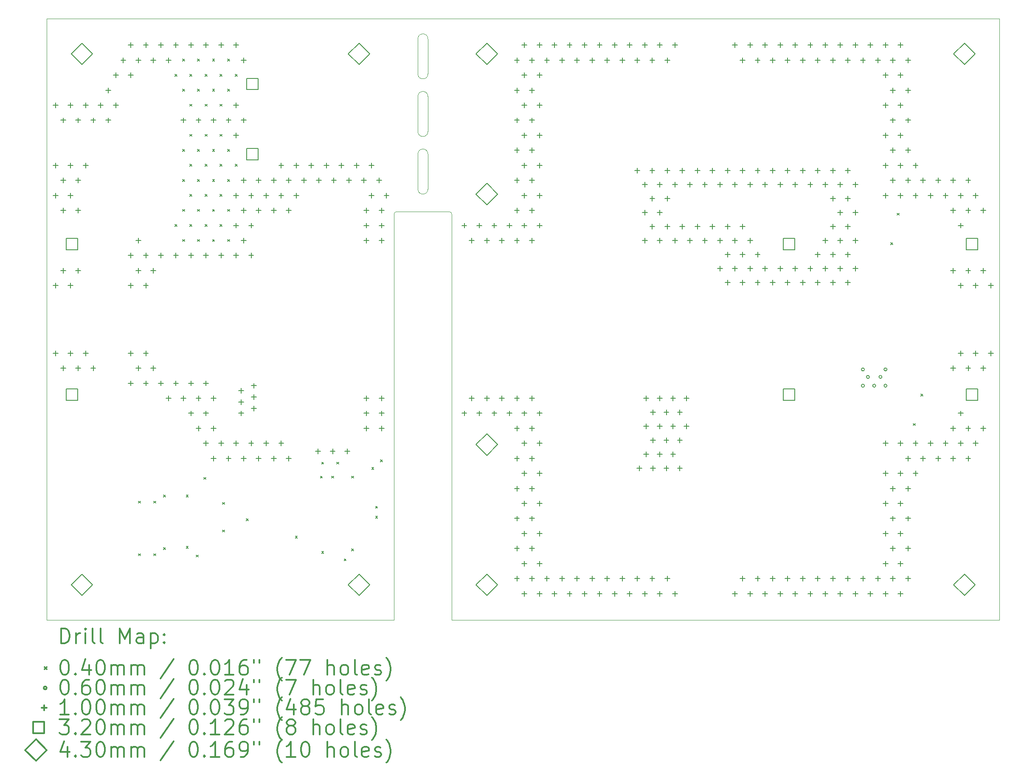
<source format=gbr>
%FSLAX45Y45*%
G04 Gerber Fmt 4.5, Leading zero omitted, Abs format (unit mm)*
G04 Created by KiCad (PCBNEW 5.1.5+dfsg1-2~bpo10+1) date 2020-01-18 11:31:00*
%MOMM*%
%LPD*%
G04 APERTURE LIST*
%TA.AperFunction,Profile*%
%ADD10C,0.050000*%
%TD*%
%ADD11C,0.200000*%
%ADD12C,0.300000*%
G04 APERTURE END LIST*
D10*
X11525000Y-7850000D02*
G75*
G02X11575000Y-7900000I0J-50000D01*
G01*
X10425000Y-7900000D02*
G75*
G02X10475000Y-7850000I50000J0D01*
G01*
X10900000Y-4400000D02*
X10900000Y-5100000D01*
X11100000Y-5100000D02*
G75*
G02X10900000Y-5100000I-100000J0D01*
G01*
X10900000Y-4400000D02*
G75*
G02X11100000Y-4400000I100000J0D01*
G01*
X11100000Y-4400000D02*
X11100000Y-5100000D01*
X11100000Y-6250000D02*
G75*
G02X10900000Y-6250000I-100000J0D01*
G01*
X10900000Y-5550000D02*
X10900000Y-6250000D01*
X11100000Y-5550000D02*
X11100000Y-6250000D01*
X10900000Y-5550000D02*
G75*
G02X11100000Y-5550000I100000J0D01*
G01*
X10900000Y-6700000D02*
G75*
G02X11100000Y-6700000I100000J0D01*
G01*
X11100000Y-7400000D02*
G75*
G02X10900000Y-7400000I-100000J0D01*
G01*
X11100000Y-6700000D02*
X11100000Y-7400000D01*
X10900000Y-6700000D02*
X10900000Y-7400000D01*
X11575000Y-7900000D02*
X11575000Y-16000000D01*
X10475000Y-7850000D02*
X11525000Y-7850000D01*
X10425000Y-16000000D02*
X10425000Y-7900000D01*
X11575000Y-16000000D02*
X22500000Y-16000000D01*
X22500000Y-4000000D02*
X3500000Y-4000000D01*
X22500000Y-16000000D02*
X22500000Y-4000000D01*
X3500000Y-16000000D02*
X10425000Y-16000000D01*
X3500000Y-4000000D02*
X3500000Y-16000000D01*
D11*
X5330000Y-13630000D02*
X5370000Y-13670000D01*
X5370000Y-13630000D02*
X5330000Y-13670000D01*
X5330000Y-14680000D02*
X5370000Y-14720000D01*
X5370000Y-14680000D02*
X5330000Y-14720000D01*
X5630000Y-13630000D02*
X5670000Y-13670000D01*
X5670000Y-13630000D02*
X5630000Y-13670000D01*
X5630000Y-14680000D02*
X5670000Y-14720000D01*
X5670000Y-14680000D02*
X5630000Y-14720000D01*
X5830000Y-13505000D02*
X5870000Y-13545000D01*
X5870000Y-13505000D02*
X5830000Y-13545000D01*
X5830000Y-14555000D02*
X5870000Y-14595000D01*
X5870000Y-14555000D02*
X5830000Y-14595000D01*
X6055000Y-5105000D02*
X6095000Y-5145000D01*
X6095000Y-5105000D02*
X6055000Y-5145000D01*
X6055000Y-8105000D02*
X6095000Y-8145000D01*
X6095000Y-8105000D02*
X6055000Y-8145000D01*
X6205000Y-4805000D02*
X6245000Y-4845000D01*
X6245000Y-4805000D02*
X6205000Y-4845000D01*
X6205000Y-4805000D02*
X6245000Y-4845000D01*
X6245000Y-4805000D02*
X6205000Y-4845000D01*
X6205000Y-5405000D02*
X6245000Y-5445000D01*
X6245000Y-5405000D02*
X6205000Y-5445000D01*
X6205000Y-6605000D02*
X6245000Y-6645000D01*
X6245000Y-6605000D02*
X6205000Y-6645000D01*
X6205000Y-7205000D02*
X6245000Y-7245000D01*
X6245000Y-7205000D02*
X6205000Y-7245000D01*
X6205000Y-7805000D02*
X6245000Y-7845000D01*
X6245000Y-7805000D02*
X6205000Y-7845000D01*
X6205000Y-8405000D02*
X6245000Y-8445000D01*
X6245000Y-8405000D02*
X6205000Y-8445000D01*
X6280000Y-13505000D02*
X6320000Y-13545000D01*
X6320000Y-13505000D02*
X6280000Y-13545000D01*
X6280000Y-14530000D02*
X6320000Y-14570000D01*
X6320000Y-14530000D02*
X6280000Y-14570000D01*
X6355000Y-5105000D02*
X6395000Y-5145000D01*
X6395000Y-5105000D02*
X6355000Y-5145000D01*
X6355000Y-5705000D02*
X6395000Y-5745000D01*
X6395000Y-5705000D02*
X6355000Y-5745000D01*
X6355000Y-6305000D02*
X6395000Y-6345000D01*
X6395000Y-6305000D02*
X6355000Y-6345000D01*
X6355000Y-6905000D02*
X6395000Y-6945000D01*
X6395000Y-6905000D02*
X6355000Y-6945000D01*
X6355000Y-7505000D02*
X6395000Y-7545000D01*
X6395000Y-7505000D02*
X6355000Y-7545000D01*
X6355000Y-8105000D02*
X6395000Y-8145000D01*
X6395000Y-8105000D02*
X6355000Y-8145000D01*
X6480000Y-14705000D02*
X6520000Y-14745000D01*
X6520000Y-14705000D02*
X6480000Y-14745000D01*
X6505000Y-4805000D02*
X6545000Y-4845000D01*
X6545000Y-4805000D02*
X6505000Y-4845000D01*
X6505000Y-5405000D02*
X6545000Y-5445000D01*
X6545000Y-5405000D02*
X6505000Y-5445000D01*
X6505000Y-6605000D02*
X6545000Y-6645000D01*
X6545000Y-6605000D02*
X6505000Y-6645000D01*
X6505000Y-7205000D02*
X6545000Y-7245000D01*
X6545000Y-7205000D02*
X6505000Y-7245000D01*
X6505000Y-7805000D02*
X6545000Y-7845000D01*
X6545000Y-7805000D02*
X6505000Y-7845000D01*
X6505000Y-8405000D02*
X6545000Y-8445000D01*
X6545000Y-8405000D02*
X6505000Y-8445000D01*
X6630000Y-13155000D02*
X6670000Y-13195000D01*
X6670000Y-13155000D02*
X6630000Y-13195000D01*
X6655000Y-5105000D02*
X6695000Y-5145000D01*
X6695000Y-5105000D02*
X6655000Y-5145000D01*
X6655000Y-5705000D02*
X6695000Y-5745000D01*
X6695000Y-5705000D02*
X6655000Y-5745000D01*
X6655000Y-6305000D02*
X6695000Y-6345000D01*
X6695000Y-6305000D02*
X6655000Y-6345000D01*
X6655000Y-6905000D02*
X6695000Y-6945000D01*
X6695000Y-6905000D02*
X6655000Y-6945000D01*
X6655000Y-7505000D02*
X6695000Y-7545000D01*
X6695000Y-7505000D02*
X6655000Y-7545000D01*
X6655000Y-8105000D02*
X6695000Y-8145000D01*
X6695000Y-8105000D02*
X6655000Y-8145000D01*
X6805000Y-4805000D02*
X6845000Y-4845000D01*
X6845000Y-4805000D02*
X6805000Y-4845000D01*
X6805000Y-5405000D02*
X6845000Y-5445000D01*
X6845000Y-5405000D02*
X6805000Y-5445000D01*
X6805000Y-6605000D02*
X6845000Y-6645000D01*
X6845000Y-6605000D02*
X6805000Y-6645000D01*
X6805000Y-7205000D02*
X6845000Y-7245000D01*
X6845000Y-7205000D02*
X6805000Y-7245000D01*
X6805000Y-7805000D02*
X6845000Y-7845000D01*
X6845000Y-7805000D02*
X6805000Y-7845000D01*
X6805000Y-8405000D02*
X6845000Y-8445000D01*
X6845000Y-8405000D02*
X6805000Y-8445000D01*
X6955000Y-5105000D02*
X6995000Y-5145000D01*
X6995000Y-5105000D02*
X6955000Y-5145000D01*
X6955000Y-5705000D02*
X6995000Y-5745000D01*
X6995000Y-5705000D02*
X6955000Y-5745000D01*
X6955000Y-6305000D02*
X6995000Y-6345000D01*
X6995000Y-6305000D02*
X6955000Y-6345000D01*
X6955000Y-6905000D02*
X6995000Y-6945000D01*
X6995000Y-6905000D02*
X6955000Y-6945000D01*
X6955000Y-7505000D02*
X6995000Y-7545000D01*
X6995000Y-7505000D02*
X6955000Y-7545000D01*
X6955000Y-8105000D02*
X6995000Y-8145000D01*
X6995000Y-8105000D02*
X6955000Y-8145000D01*
X7005000Y-13655000D02*
X7045000Y-13695000D01*
X7045000Y-13655000D02*
X7005000Y-13695000D01*
X7005000Y-14205000D02*
X7045000Y-14245000D01*
X7045000Y-14205000D02*
X7005000Y-14245000D01*
X7105000Y-4805000D02*
X7145000Y-4845000D01*
X7145000Y-4805000D02*
X7105000Y-4845000D01*
X7105000Y-5405000D02*
X7145000Y-5445000D01*
X7145000Y-5405000D02*
X7105000Y-5445000D01*
X7105000Y-6605000D02*
X7145000Y-6645000D01*
X7145000Y-6605000D02*
X7105000Y-6645000D01*
X7105000Y-7205000D02*
X7145000Y-7245000D01*
X7145000Y-7205000D02*
X7105000Y-7245000D01*
X7105000Y-7805000D02*
X7145000Y-7845000D01*
X7145000Y-7805000D02*
X7105000Y-7845000D01*
X7105000Y-8405000D02*
X7145000Y-8445000D01*
X7145000Y-8405000D02*
X7105000Y-8445000D01*
X7255000Y-5105000D02*
X7295000Y-5145000D01*
X7295000Y-5105000D02*
X7255000Y-5145000D01*
X7255000Y-6905000D02*
X7295000Y-6945000D01*
X7295000Y-6905000D02*
X7255000Y-6945000D01*
X7480000Y-13980000D02*
X7520000Y-14020000D01*
X7520000Y-13980000D02*
X7480000Y-14020000D01*
X8455000Y-14330000D02*
X8495000Y-14370000D01*
X8495000Y-14330000D02*
X8455000Y-14370000D01*
X8955000Y-13130000D02*
X8995000Y-13170000D01*
X8995000Y-13130000D02*
X8955000Y-13170000D01*
X8980000Y-12850000D02*
X9020000Y-12890000D01*
X9020000Y-12850000D02*
X8980000Y-12890000D01*
X8980000Y-14630000D02*
X9020000Y-14670000D01*
X9020000Y-14630000D02*
X8980000Y-14670000D01*
X9180000Y-13130000D02*
X9220000Y-13170000D01*
X9220000Y-13130000D02*
X9180000Y-13170000D01*
X9280000Y-12850000D02*
X9320000Y-12890000D01*
X9320000Y-12850000D02*
X9280000Y-12890000D01*
X9430000Y-14780000D02*
X9470000Y-14820000D01*
X9470000Y-14780000D02*
X9430000Y-14820000D01*
X9580000Y-13130000D02*
X9620000Y-13170000D01*
X9620000Y-13130000D02*
X9580000Y-13170000D01*
X9580000Y-14580000D02*
X9620000Y-14620000D01*
X9620000Y-14580000D02*
X9580000Y-14620000D01*
X9980000Y-12955000D02*
X10020000Y-12995000D01*
X10020000Y-12955000D02*
X9980000Y-12995000D01*
X10055000Y-13730000D02*
X10095000Y-13770000D01*
X10095000Y-13730000D02*
X10055000Y-13770000D01*
X10055000Y-13930000D02*
X10095000Y-13970000D01*
X10095000Y-13930000D02*
X10055000Y-13970000D01*
X10155000Y-12805000D02*
X10195000Y-12845000D01*
X10195000Y-12805000D02*
X10155000Y-12845000D01*
X20330002Y-8470000D02*
X20370002Y-8510000D01*
X20370002Y-8470000D02*
X20330002Y-8510000D01*
X20455000Y-7880000D02*
X20495000Y-7920000D01*
X20495000Y-7880000D02*
X20455000Y-7920000D01*
X20780000Y-12080000D02*
X20820000Y-12120000D01*
X20820000Y-12080000D02*
X20780000Y-12120000D01*
X20930000Y-11490000D02*
X20970000Y-11530000D01*
X20970000Y-11490000D02*
X20930000Y-11530000D01*
X19805000Y-11000000D02*
G75*
G03X19805000Y-11000000I-30000J0D01*
G01*
X19805000Y-11325000D02*
G75*
G03X19805000Y-11325000I-30000J0D01*
G01*
X19905000Y-11150000D02*
G75*
G03X19905000Y-11150000I-30000J0D01*
G01*
X20030000Y-11325000D02*
G75*
G03X20030000Y-11325000I-30000J0D01*
G01*
X20155000Y-11150000D02*
G75*
G03X20155000Y-11150000I-30000J0D01*
G01*
X20255000Y-11000000D02*
G75*
G03X20255000Y-11000000I-30000J0D01*
G01*
X20255000Y-11325000D02*
G75*
G03X20255000Y-11325000I-30000J0D01*
G01*
X3675000Y-5675000D02*
X3675000Y-5775000D01*
X3625000Y-5725000D02*
X3725000Y-5725000D01*
X3675000Y-6875000D02*
X3675000Y-6975000D01*
X3625000Y-6925000D02*
X3725000Y-6925000D01*
X3675000Y-7475000D02*
X3675000Y-7575000D01*
X3625000Y-7525000D02*
X3725000Y-7525000D01*
X3675000Y-9275000D02*
X3675000Y-9375000D01*
X3625000Y-9325000D02*
X3725000Y-9325000D01*
X3675000Y-10625000D02*
X3675000Y-10725000D01*
X3625000Y-10675000D02*
X3725000Y-10675000D01*
X3825000Y-5975000D02*
X3825000Y-6075000D01*
X3775000Y-6025000D02*
X3875000Y-6025000D01*
X3825000Y-7175000D02*
X3825000Y-7275000D01*
X3775000Y-7225000D02*
X3875000Y-7225000D01*
X3825000Y-7775000D02*
X3825000Y-7875000D01*
X3775000Y-7825000D02*
X3875000Y-7825000D01*
X3825000Y-8975000D02*
X3825000Y-9075000D01*
X3775000Y-9025000D02*
X3875000Y-9025000D01*
X3825000Y-10925000D02*
X3825000Y-11025000D01*
X3775000Y-10975000D02*
X3875000Y-10975000D01*
X3975000Y-5675000D02*
X3975000Y-5775000D01*
X3925000Y-5725000D02*
X4025000Y-5725000D01*
X3975000Y-6875000D02*
X3975000Y-6975000D01*
X3925000Y-6925000D02*
X4025000Y-6925000D01*
X3975000Y-7475000D02*
X3975000Y-7575000D01*
X3925000Y-7525000D02*
X4025000Y-7525000D01*
X3975000Y-9275000D02*
X3975000Y-9375000D01*
X3925000Y-9325000D02*
X4025000Y-9325000D01*
X3975000Y-10625000D02*
X3975000Y-10725000D01*
X3925000Y-10675000D02*
X4025000Y-10675000D01*
X4125000Y-5975000D02*
X4125000Y-6075000D01*
X4075000Y-6025000D02*
X4175000Y-6025000D01*
X4125000Y-7175000D02*
X4125000Y-7275000D01*
X4075000Y-7225000D02*
X4175000Y-7225000D01*
X4125000Y-7775000D02*
X4125000Y-7875000D01*
X4075000Y-7825000D02*
X4175000Y-7825000D01*
X4125000Y-8975000D02*
X4125000Y-9075000D01*
X4075000Y-9025000D02*
X4175000Y-9025000D01*
X4125000Y-10925000D02*
X4125000Y-11025000D01*
X4075000Y-10975000D02*
X4175000Y-10975000D01*
X4275000Y-5675000D02*
X4275000Y-5775000D01*
X4225000Y-5725000D02*
X4325000Y-5725000D01*
X4275000Y-5675000D02*
X4275000Y-5775000D01*
X4225000Y-5725000D02*
X4325000Y-5725000D01*
X4275000Y-6875000D02*
X4275000Y-6975000D01*
X4225000Y-6925000D02*
X4325000Y-6925000D01*
X4275000Y-10625000D02*
X4275000Y-10725000D01*
X4225000Y-10675000D02*
X4325000Y-10675000D01*
X4425000Y-5975000D02*
X4425000Y-6075000D01*
X4375000Y-6025000D02*
X4475000Y-6025000D01*
X4425000Y-10925000D02*
X4425000Y-11025000D01*
X4375000Y-10975000D02*
X4475000Y-10975000D01*
X4575000Y-5675000D02*
X4575000Y-5775000D01*
X4525000Y-5725000D02*
X4625000Y-5725000D01*
X4575000Y-5675000D02*
X4575000Y-5775000D01*
X4525000Y-5725000D02*
X4625000Y-5725000D01*
X4725000Y-5375000D02*
X4725000Y-5475000D01*
X4675000Y-5425000D02*
X4775000Y-5425000D01*
X4725000Y-5975000D02*
X4725000Y-6075000D01*
X4675000Y-6025000D02*
X4775000Y-6025000D01*
X4875000Y-5075000D02*
X4875000Y-5175000D01*
X4825000Y-5125000D02*
X4925000Y-5125000D01*
X4875000Y-5675000D02*
X4875000Y-5775000D01*
X4825000Y-5725000D02*
X4925000Y-5725000D01*
X4875000Y-5675000D02*
X4875000Y-5775000D01*
X4825000Y-5725000D02*
X4925000Y-5725000D01*
X5025000Y-4775000D02*
X5025000Y-4875000D01*
X4975000Y-4825000D02*
X5075000Y-4825000D01*
X5175000Y-4475000D02*
X5175000Y-4575000D01*
X5125000Y-4525000D02*
X5225000Y-4525000D01*
X5175000Y-5075000D02*
X5175000Y-5175000D01*
X5125000Y-5125000D02*
X5225000Y-5125000D01*
X5175000Y-8675000D02*
X5175000Y-8775000D01*
X5125000Y-8725000D02*
X5225000Y-8725000D01*
X5175000Y-9275000D02*
X5175000Y-9375000D01*
X5125000Y-9325000D02*
X5225000Y-9325000D01*
X5175000Y-10625000D02*
X5175000Y-10725000D01*
X5125000Y-10675000D02*
X5225000Y-10675000D01*
X5175000Y-11225000D02*
X5175000Y-11325000D01*
X5125000Y-11275000D02*
X5225000Y-11275000D01*
X5325000Y-4775000D02*
X5325000Y-4875000D01*
X5275000Y-4825000D02*
X5375000Y-4825000D01*
X5325000Y-8375000D02*
X5325000Y-8475000D01*
X5275000Y-8425000D02*
X5375000Y-8425000D01*
X5325000Y-8975000D02*
X5325000Y-9075000D01*
X5275000Y-9025000D02*
X5375000Y-9025000D01*
X5325000Y-10925000D02*
X5325000Y-11025000D01*
X5275000Y-10975000D02*
X5375000Y-10975000D01*
X5475000Y-4475000D02*
X5475000Y-4575000D01*
X5425000Y-4525000D02*
X5525000Y-4525000D01*
X5475000Y-8675000D02*
X5475000Y-8775000D01*
X5425000Y-8725000D02*
X5525000Y-8725000D01*
X5475000Y-9275000D02*
X5475000Y-9375000D01*
X5425000Y-9325000D02*
X5525000Y-9325000D01*
X5475000Y-10625000D02*
X5475000Y-10725000D01*
X5425000Y-10675000D02*
X5525000Y-10675000D01*
X5475000Y-11225000D02*
X5475000Y-11325000D01*
X5425000Y-11275000D02*
X5525000Y-11275000D01*
X5625000Y-4775000D02*
X5625000Y-4875000D01*
X5575000Y-4825000D02*
X5675000Y-4825000D01*
X5625000Y-8975000D02*
X5625000Y-9075000D01*
X5575000Y-9025000D02*
X5675000Y-9025000D01*
X5625000Y-10925000D02*
X5625000Y-11025000D01*
X5575000Y-10975000D02*
X5675000Y-10975000D01*
X5775000Y-4475000D02*
X5775000Y-4575000D01*
X5725000Y-4525000D02*
X5825000Y-4525000D01*
X5775000Y-8675000D02*
X5775000Y-8775000D01*
X5725000Y-8725000D02*
X5825000Y-8725000D01*
X5775000Y-11225000D02*
X5775000Y-11325000D01*
X5725000Y-11275000D02*
X5825000Y-11275000D01*
X5925000Y-4775000D02*
X5925000Y-4875000D01*
X5875000Y-4825000D02*
X5975000Y-4825000D01*
X5925000Y-11525000D02*
X5925000Y-11625000D01*
X5875000Y-11575000D02*
X5975000Y-11575000D01*
X6075000Y-4475000D02*
X6075000Y-4575000D01*
X6025000Y-4525000D02*
X6125000Y-4525000D01*
X6075000Y-8675000D02*
X6075000Y-8775000D01*
X6025000Y-8725000D02*
X6125000Y-8725000D01*
X6075000Y-11225000D02*
X6075000Y-11325000D01*
X6025000Y-11275000D02*
X6125000Y-11275000D01*
X6225000Y-5975000D02*
X6225000Y-6075000D01*
X6175000Y-6025000D02*
X6275000Y-6025000D01*
X6225000Y-11525000D02*
X6225000Y-11625000D01*
X6175000Y-11575000D02*
X6275000Y-11575000D01*
X6375000Y-4475000D02*
X6375000Y-4575000D01*
X6325000Y-4525000D02*
X6425000Y-4525000D01*
X6375000Y-8675000D02*
X6375000Y-8775000D01*
X6325000Y-8725000D02*
X6425000Y-8725000D01*
X6375000Y-11225000D02*
X6375000Y-11325000D01*
X6325000Y-11275000D02*
X6425000Y-11275000D01*
X6375000Y-11825000D02*
X6375000Y-11925000D01*
X6325000Y-11875000D02*
X6425000Y-11875000D01*
X6525000Y-5975000D02*
X6525000Y-6075000D01*
X6475000Y-6025000D02*
X6575000Y-6025000D01*
X6525000Y-11525000D02*
X6525000Y-11625000D01*
X6475000Y-11575000D02*
X6575000Y-11575000D01*
X6525000Y-12125000D02*
X6525000Y-12225000D01*
X6475000Y-12175000D02*
X6575000Y-12175000D01*
X6675000Y-4475000D02*
X6675000Y-4575000D01*
X6625000Y-4525000D02*
X6725000Y-4525000D01*
X6675000Y-8675000D02*
X6675000Y-8775000D01*
X6625000Y-8725000D02*
X6725000Y-8725000D01*
X6675000Y-11225000D02*
X6675000Y-11325000D01*
X6625000Y-11275000D02*
X6725000Y-11275000D01*
X6675000Y-11825000D02*
X6675000Y-11925000D01*
X6625000Y-11875000D02*
X6725000Y-11875000D01*
X6675000Y-12425000D02*
X6675000Y-12525000D01*
X6625000Y-12475000D02*
X6725000Y-12475000D01*
X6825000Y-5975000D02*
X6825000Y-6075000D01*
X6775000Y-6025000D02*
X6875000Y-6025000D01*
X6825000Y-11525000D02*
X6825000Y-11625000D01*
X6775000Y-11575000D02*
X6875000Y-11575000D01*
X6825000Y-12125000D02*
X6825000Y-12225000D01*
X6775000Y-12175000D02*
X6875000Y-12175000D01*
X6825000Y-12725000D02*
X6825000Y-12825000D01*
X6775000Y-12775000D02*
X6875000Y-12775000D01*
X6825000Y-12725000D02*
X6825000Y-12825000D01*
X6775000Y-12775000D02*
X6875000Y-12775000D01*
X6975000Y-4475000D02*
X6975000Y-4575000D01*
X6925000Y-4525000D02*
X7025000Y-4525000D01*
X6975000Y-8675000D02*
X6975000Y-8775000D01*
X6925000Y-8725000D02*
X7025000Y-8725000D01*
X6975000Y-12425000D02*
X6975000Y-12525000D01*
X6925000Y-12475000D02*
X7025000Y-12475000D01*
X7125000Y-5975000D02*
X7125000Y-6075000D01*
X7075000Y-6025000D02*
X7175000Y-6025000D01*
X7125000Y-12725000D02*
X7125000Y-12825000D01*
X7075000Y-12775000D02*
X7175000Y-12775000D01*
X7275000Y-4475000D02*
X7275000Y-4575000D01*
X7225000Y-4525000D02*
X7325000Y-4525000D01*
X7275000Y-5675000D02*
X7275000Y-5775000D01*
X7225000Y-5725000D02*
X7325000Y-5725000D01*
X7275000Y-6275000D02*
X7275000Y-6375000D01*
X7225000Y-6325000D02*
X7325000Y-6325000D01*
X7275000Y-7475000D02*
X7275000Y-7575000D01*
X7225000Y-7525000D02*
X7325000Y-7525000D01*
X7275000Y-8075000D02*
X7275000Y-8175000D01*
X7225000Y-8125000D02*
X7325000Y-8125000D01*
X7275000Y-8675000D02*
X7275000Y-8775000D01*
X7225000Y-8725000D02*
X7325000Y-8725000D01*
X7275000Y-12425000D02*
X7275000Y-12525000D01*
X7225000Y-12475000D02*
X7325000Y-12475000D01*
X7375000Y-11375000D02*
X7375000Y-11475000D01*
X7325000Y-11425000D02*
X7425000Y-11425000D01*
X7375000Y-11600000D02*
X7375000Y-11700000D01*
X7325000Y-11650000D02*
X7425000Y-11650000D01*
X7375000Y-11825000D02*
X7375000Y-11925000D01*
X7325000Y-11875000D02*
X7425000Y-11875000D01*
X7425000Y-4775000D02*
X7425000Y-4875000D01*
X7375000Y-4825000D02*
X7475000Y-4825000D01*
X7425000Y-5975000D02*
X7425000Y-6075000D01*
X7375000Y-6025000D02*
X7475000Y-6025000D01*
X7425000Y-7175000D02*
X7425000Y-7275000D01*
X7375000Y-7225000D02*
X7475000Y-7225000D01*
X7425000Y-7775000D02*
X7425000Y-7875000D01*
X7375000Y-7825000D02*
X7475000Y-7825000D01*
X7425000Y-8375000D02*
X7425000Y-8475000D01*
X7375000Y-8425000D02*
X7475000Y-8425000D01*
X7425000Y-12725000D02*
X7425000Y-12825000D01*
X7375000Y-12775000D02*
X7475000Y-12775000D01*
X7575000Y-7475000D02*
X7575000Y-7575000D01*
X7525000Y-7525000D02*
X7625000Y-7525000D01*
X7575000Y-8075000D02*
X7575000Y-8175000D01*
X7525000Y-8125000D02*
X7625000Y-8125000D01*
X7575000Y-8675000D02*
X7575000Y-8775000D01*
X7525000Y-8725000D02*
X7625000Y-8725000D01*
X7575000Y-12425000D02*
X7575000Y-12525000D01*
X7525000Y-12475000D02*
X7625000Y-12475000D01*
X7630000Y-11275000D02*
X7630000Y-11375000D01*
X7580000Y-11325000D02*
X7680000Y-11325000D01*
X7630000Y-11500000D02*
X7630000Y-11600000D01*
X7580000Y-11550000D02*
X7680000Y-11550000D01*
X7630000Y-11725000D02*
X7630000Y-11825000D01*
X7580000Y-11775000D02*
X7680000Y-11775000D01*
X7725000Y-7175000D02*
X7725000Y-7275000D01*
X7675000Y-7225000D02*
X7775000Y-7225000D01*
X7725000Y-7775000D02*
X7725000Y-7875000D01*
X7675000Y-7825000D02*
X7775000Y-7825000D01*
X7725000Y-12725000D02*
X7725000Y-12825000D01*
X7675000Y-12775000D02*
X7775000Y-12775000D01*
X7875000Y-7475000D02*
X7875000Y-7575000D01*
X7825000Y-7525000D02*
X7925000Y-7525000D01*
X7875000Y-12425000D02*
X7875000Y-12525000D01*
X7825000Y-12475000D02*
X7925000Y-12475000D01*
X8025000Y-7175000D02*
X8025000Y-7275000D01*
X7975000Y-7225000D02*
X8075000Y-7225000D01*
X8025000Y-7775000D02*
X8025000Y-7875000D01*
X7975000Y-7825000D02*
X8075000Y-7825000D01*
X8025000Y-12725000D02*
X8025000Y-12825000D01*
X7975000Y-12775000D02*
X8075000Y-12775000D01*
X8025000Y-12725000D02*
X8025000Y-12825000D01*
X7975000Y-12775000D02*
X8075000Y-12775000D01*
X8175000Y-6875000D02*
X8175000Y-6975000D01*
X8125000Y-6925000D02*
X8225000Y-6925000D01*
X8175000Y-7475000D02*
X8175000Y-7575000D01*
X8125000Y-7525000D02*
X8225000Y-7525000D01*
X8175000Y-12425000D02*
X8175000Y-12525000D01*
X8125000Y-12475000D02*
X8225000Y-12475000D01*
X8325000Y-7175000D02*
X8325000Y-7275000D01*
X8275000Y-7225000D02*
X8375000Y-7225000D01*
X8325000Y-7775000D02*
X8325000Y-7875000D01*
X8275000Y-7825000D02*
X8375000Y-7825000D01*
X8325000Y-12725000D02*
X8325000Y-12825000D01*
X8275000Y-12775000D02*
X8375000Y-12775000D01*
X8475000Y-6875000D02*
X8475000Y-6975000D01*
X8425000Y-6925000D02*
X8525000Y-6925000D01*
X8475000Y-7475000D02*
X8475000Y-7575000D01*
X8425000Y-7525000D02*
X8525000Y-7525000D01*
X8625000Y-7175000D02*
X8625000Y-7275000D01*
X8575000Y-7225000D02*
X8675000Y-7225000D01*
X8775000Y-6875000D02*
X8775000Y-6975000D01*
X8725000Y-6925000D02*
X8825000Y-6925000D01*
X8910000Y-12580000D02*
X8910000Y-12680000D01*
X8860000Y-12630000D02*
X8960000Y-12630000D01*
X8925000Y-7175000D02*
X8925000Y-7275000D01*
X8875000Y-7225000D02*
X8975000Y-7225000D01*
X9075000Y-6875000D02*
X9075000Y-6975000D01*
X9025000Y-6925000D02*
X9125000Y-6925000D01*
X9200000Y-12580000D02*
X9200000Y-12680000D01*
X9150000Y-12630000D02*
X9250000Y-12630000D01*
X9225000Y-7175000D02*
X9225000Y-7275000D01*
X9175000Y-7225000D02*
X9275000Y-7225000D01*
X9375000Y-6875000D02*
X9375000Y-6975000D01*
X9325000Y-6925000D02*
X9425000Y-6925000D01*
X9490000Y-12580000D02*
X9490000Y-12680000D01*
X9440000Y-12630000D02*
X9540000Y-12630000D01*
X9525000Y-7175000D02*
X9525000Y-7275000D01*
X9475000Y-7225000D02*
X9575000Y-7225000D01*
X9675000Y-6875000D02*
X9675000Y-6975000D01*
X9625000Y-6925000D02*
X9725000Y-6925000D01*
X9825000Y-7175000D02*
X9825000Y-7275000D01*
X9775000Y-7225000D02*
X9875000Y-7225000D01*
X9875000Y-7775000D02*
X9875000Y-7875000D01*
X9825000Y-7825000D02*
X9925000Y-7825000D01*
X9875000Y-8075000D02*
X9875000Y-8175000D01*
X9825000Y-8125000D02*
X9925000Y-8125000D01*
X9875000Y-8375000D02*
X9875000Y-8475000D01*
X9825000Y-8425000D02*
X9925000Y-8425000D01*
X9875000Y-11525000D02*
X9875000Y-11625000D01*
X9825000Y-11575000D02*
X9925000Y-11575000D01*
X9875000Y-11825000D02*
X9875000Y-11925000D01*
X9825000Y-11875000D02*
X9925000Y-11875000D01*
X9875000Y-12125000D02*
X9875000Y-12225000D01*
X9825000Y-12175000D02*
X9925000Y-12175000D01*
X9975000Y-6875000D02*
X9975000Y-6975000D01*
X9925000Y-6925000D02*
X10025000Y-6925000D01*
X9975000Y-7475000D02*
X9975000Y-7575000D01*
X9925000Y-7525000D02*
X10025000Y-7525000D01*
X10125000Y-7175000D02*
X10125000Y-7275000D01*
X10075000Y-7225000D02*
X10175000Y-7225000D01*
X10175000Y-7775000D02*
X10175000Y-7875000D01*
X10125000Y-7825000D02*
X10225000Y-7825000D01*
X10175000Y-8075000D02*
X10175000Y-8175000D01*
X10125000Y-8125000D02*
X10225000Y-8125000D01*
X10175000Y-8375000D02*
X10175000Y-8475000D01*
X10125000Y-8425000D02*
X10225000Y-8425000D01*
X10175000Y-11525000D02*
X10175000Y-11625000D01*
X10125000Y-11575000D02*
X10225000Y-11575000D01*
X10175000Y-11825000D02*
X10175000Y-11925000D01*
X10125000Y-11875000D02*
X10225000Y-11875000D01*
X10175000Y-12125000D02*
X10175000Y-12225000D01*
X10125000Y-12175000D02*
X10225000Y-12175000D01*
X10275000Y-7475000D02*
X10275000Y-7575000D01*
X10225000Y-7525000D02*
X10325000Y-7525000D01*
X11825000Y-8075000D02*
X11825000Y-8175000D01*
X11775000Y-8125000D02*
X11875000Y-8125000D01*
X11825000Y-11825000D02*
X11825000Y-11925000D01*
X11775000Y-11875000D02*
X11875000Y-11875000D01*
X11975000Y-8375000D02*
X11975000Y-8475000D01*
X11925000Y-8425000D02*
X12025000Y-8425000D01*
X11975000Y-11525000D02*
X11975000Y-11625000D01*
X11925000Y-11575000D02*
X12025000Y-11575000D01*
X12125000Y-8075000D02*
X12125000Y-8175000D01*
X12075000Y-8125000D02*
X12175000Y-8125000D01*
X12125000Y-11825000D02*
X12125000Y-11925000D01*
X12075000Y-11875000D02*
X12175000Y-11875000D01*
X12275000Y-8375000D02*
X12275000Y-8475000D01*
X12225000Y-8425000D02*
X12325000Y-8425000D01*
X12275000Y-11525000D02*
X12275000Y-11625000D01*
X12225000Y-11575000D02*
X12325000Y-11575000D01*
X12425000Y-8075000D02*
X12425000Y-8175000D01*
X12375000Y-8125000D02*
X12475000Y-8125000D01*
X12425000Y-11825000D02*
X12425000Y-11925000D01*
X12375000Y-11875000D02*
X12475000Y-11875000D01*
X12575000Y-8375000D02*
X12575000Y-8475000D01*
X12525000Y-8425000D02*
X12625000Y-8425000D01*
X12575000Y-11525000D02*
X12575000Y-11625000D01*
X12525000Y-11575000D02*
X12625000Y-11575000D01*
X12725000Y-8075000D02*
X12725000Y-8175000D01*
X12675000Y-8125000D02*
X12775000Y-8125000D01*
X12725000Y-11825000D02*
X12725000Y-11925000D01*
X12675000Y-11875000D02*
X12775000Y-11875000D01*
X12875000Y-4775000D02*
X12875000Y-4875000D01*
X12825000Y-4825000D02*
X12925000Y-4825000D01*
X12875000Y-5375000D02*
X12875000Y-5475000D01*
X12825000Y-5425000D02*
X12925000Y-5425000D01*
X12875000Y-5975000D02*
X12875000Y-6075000D01*
X12825000Y-6025000D02*
X12925000Y-6025000D01*
X12875000Y-6575000D02*
X12875000Y-6675000D01*
X12825000Y-6625000D02*
X12925000Y-6625000D01*
X12875000Y-7175000D02*
X12875000Y-7275000D01*
X12825000Y-7225000D02*
X12925000Y-7225000D01*
X12875000Y-7775000D02*
X12875000Y-7875000D01*
X12825000Y-7825000D02*
X12925000Y-7825000D01*
X12875000Y-8375000D02*
X12875000Y-8475000D01*
X12825000Y-8425000D02*
X12925000Y-8425000D01*
X12875000Y-11525000D02*
X12875000Y-11625000D01*
X12825000Y-11575000D02*
X12925000Y-11575000D01*
X12875000Y-12125000D02*
X12875000Y-12225000D01*
X12825000Y-12175000D02*
X12925000Y-12175000D01*
X12875000Y-12725000D02*
X12875000Y-12825000D01*
X12825000Y-12775000D02*
X12925000Y-12775000D01*
X12875000Y-13325000D02*
X12875000Y-13425000D01*
X12825000Y-13375000D02*
X12925000Y-13375000D01*
X12875000Y-13925000D02*
X12875000Y-14025000D01*
X12825000Y-13975000D02*
X12925000Y-13975000D01*
X12875000Y-14525000D02*
X12875000Y-14625000D01*
X12825000Y-14575000D02*
X12925000Y-14575000D01*
X12875000Y-15125000D02*
X12875000Y-15225000D01*
X12825000Y-15175000D02*
X12925000Y-15175000D01*
X13025000Y-4475000D02*
X13025000Y-4575000D01*
X12975000Y-4525000D02*
X13075000Y-4525000D01*
X13025000Y-5075000D02*
X13025000Y-5175000D01*
X12975000Y-5125000D02*
X13075000Y-5125000D01*
X13025000Y-5675000D02*
X13025000Y-5775000D01*
X12975000Y-5725000D02*
X13075000Y-5725000D01*
X13025000Y-6275000D02*
X13025000Y-6375000D01*
X12975000Y-6325000D02*
X13075000Y-6325000D01*
X13025000Y-6875000D02*
X13025000Y-6975000D01*
X12975000Y-6925000D02*
X13075000Y-6925000D01*
X13025000Y-7475000D02*
X13025000Y-7575000D01*
X12975000Y-7525000D02*
X13075000Y-7525000D01*
X13025000Y-8075000D02*
X13025000Y-8175000D01*
X12975000Y-8125000D02*
X13075000Y-8125000D01*
X13025000Y-11825000D02*
X13025000Y-11925000D01*
X12975000Y-11875000D02*
X13075000Y-11875000D01*
X13025000Y-12425000D02*
X13025000Y-12525000D01*
X12975000Y-12475000D02*
X13075000Y-12475000D01*
X13025000Y-13025000D02*
X13025000Y-13125000D01*
X12975000Y-13075000D02*
X13075000Y-13075000D01*
X13025000Y-13625000D02*
X13025000Y-13725000D01*
X12975000Y-13675000D02*
X13075000Y-13675000D01*
X13025000Y-14225000D02*
X13025000Y-14325000D01*
X12975000Y-14275000D02*
X13075000Y-14275000D01*
X13025000Y-14825000D02*
X13025000Y-14925000D01*
X12975000Y-14875000D02*
X13075000Y-14875000D01*
X13025000Y-15425000D02*
X13025000Y-15525000D01*
X12975000Y-15475000D02*
X13075000Y-15475000D01*
X13175000Y-4775000D02*
X13175000Y-4875000D01*
X13125000Y-4825000D02*
X13225000Y-4825000D01*
X13175000Y-5375000D02*
X13175000Y-5475000D01*
X13125000Y-5425000D02*
X13225000Y-5425000D01*
X13175000Y-5975000D02*
X13175000Y-6075000D01*
X13125000Y-6025000D02*
X13225000Y-6025000D01*
X13175000Y-6575000D02*
X13175000Y-6675000D01*
X13125000Y-6625000D02*
X13225000Y-6625000D01*
X13175000Y-7175000D02*
X13175000Y-7275000D01*
X13125000Y-7225000D02*
X13225000Y-7225000D01*
X13175000Y-7775000D02*
X13175000Y-7875000D01*
X13125000Y-7825000D02*
X13225000Y-7825000D01*
X13175000Y-8375000D02*
X13175000Y-8475000D01*
X13125000Y-8425000D02*
X13225000Y-8425000D01*
X13175000Y-11525000D02*
X13175000Y-11625000D01*
X13125000Y-11575000D02*
X13225000Y-11575000D01*
X13175000Y-12125000D02*
X13175000Y-12225000D01*
X13125000Y-12175000D02*
X13225000Y-12175000D01*
X13175000Y-12725000D02*
X13175000Y-12825000D01*
X13125000Y-12775000D02*
X13225000Y-12775000D01*
X13175000Y-13325000D02*
X13175000Y-13425000D01*
X13125000Y-13375000D02*
X13225000Y-13375000D01*
X13175000Y-13925000D02*
X13175000Y-14025000D01*
X13125000Y-13975000D02*
X13225000Y-13975000D01*
X13175000Y-14525000D02*
X13175000Y-14625000D01*
X13125000Y-14575000D02*
X13225000Y-14575000D01*
X13175000Y-15125000D02*
X13175000Y-15225000D01*
X13125000Y-15175000D02*
X13225000Y-15175000D01*
X13325000Y-4475000D02*
X13325000Y-4575000D01*
X13275000Y-4525000D02*
X13375000Y-4525000D01*
X13325000Y-5075000D02*
X13325000Y-5175000D01*
X13275000Y-5125000D02*
X13375000Y-5125000D01*
X13325000Y-5675000D02*
X13325000Y-5775000D01*
X13275000Y-5725000D02*
X13375000Y-5725000D01*
X13325000Y-6275000D02*
X13325000Y-6375000D01*
X13275000Y-6325000D02*
X13375000Y-6325000D01*
X13325000Y-6875000D02*
X13325000Y-6975000D01*
X13275000Y-6925000D02*
X13375000Y-6925000D01*
X13325000Y-7475000D02*
X13325000Y-7575000D01*
X13275000Y-7525000D02*
X13375000Y-7525000D01*
X13325000Y-8075000D02*
X13325000Y-8175000D01*
X13275000Y-8125000D02*
X13375000Y-8125000D01*
X13325000Y-11825000D02*
X13325000Y-11925000D01*
X13275000Y-11875000D02*
X13375000Y-11875000D01*
X13325000Y-12425000D02*
X13325000Y-12525000D01*
X13275000Y-12475000D02*
X13375000Y-12475000D01*
X13325000Y-13025000D02*
X13325000Y-13125000D01*
X13275000Y-13075000D02*
X13375000Y-13075000D01*
X13325000Y-13625000D02*
X13325000Y-13725000D01*
X13275000Y-13675000D02*
X13375000Y-13675000D01*
X13325000Y-14225000D02*
X13325000Y-14325000D01*
X13275000Y-14275000D02*
X13375000Y-14275000D01*
X13325000Y-14825000D02*
X13325000Y-14925000D01*
X13275000Y-14875000D02*
X13375000Y-14875000D01*
X13325000Y-15425000D02*
X13325000Y-15525000D01*
X13275000Y-15475000D02*
X13375000Y-15475000D01*
X13475000Y-4775000D02*
X13475000Y-4875000D01*
X13425000Y-4825000D02*
X13525000Y-4825000D01*
X13475000Y-15125000D02*
X13475000Y-15225000D01*
X13425000Y-15175000D02*
X13525000Y-15175000D01*
X13625000Y-4475000D02*
X13625000Y-4575000D01*
X13575000Y-4525000D02*
X13675000Y-4525000D01*
X13625000Y-15425000D02*
X13625000Y-15525000D01*
X13575000Y-15475000D02*
X13675000Y-15475000D01*
X13775000Y-4775000D02*
X13775000Y-4875000D01*
X13725000Y-4825000D02*
X13825000Y-4825000D01*
X13775000Y-15125000D02*
X13775000Y-15225000D01*
X13725000Y-15175000D02*
X13825000Y-15175000D01*
X13925000Y-4475000D02*
X13925000Y-4575000D01*
X13875000Y-4525000D02*
X13975000Y-4525000D01*
X13925000Y-15425000D02*
X13925000Y-15525000D01*
X13875000Y-15475000D02*
X13975000Y-15475000D01*
X14075000Y-4775000D02*
X14075000Y-4875000D01*
X14025000Y-4825000D02*
X14125000Y-4825000D01*
X14075000Y-15125000D02*
X14075000Y-15225000D01*
X14025000Y-15175000D02*
X14125000Y-15175000D01*
X14225000Y-4475000D02*
X14225000Y-4575000D01*
X14175000Y-4525000D02*
X14275000Y-4525000D01*
X14225000Y-15425000D02*
X14225000Y-15525000D01*
X14175000Y-15475000D02*
X14275000Y-15475000D01*
X14375000Y-4775000D02*
X14375000Y-4875000D01*
X14325000Y-4825000D02*
X14425000Y-4825000D01*
X14375000Y-15125000D02*
X14375000Y-15225000D01*
X14325000Y-15175000D02*
X14425000Y-15175000D01*
X14525000Y-4475000D02*
X14525000Y-4575000D01*
X14475000Y-4525000D02*
X14575000Y-4525000D01*
X14525000Y-15425000D02*
X14525000Y-15525000D01*
X14475000Y-15475000D02*
X14575000Y-15475000D01*
X14675000Y-4775000D02*
X14675000Y-4875000D01*
X14625000Y-4825000D02*
X14725000Y-4825000D01*
X14675000Y-15125000D02*
X14675000Y-15225000D01*
X14625000Y-15175000D02*
X14725000Y-15175000D01*
X14825000Y-4475000D02*
X14825000Y-4575000D01*
X14775000Y-4525000D02*
X14875000Y-4525000D01*
X14825000Y-15425000D02*
X14825000Y-15525000D01*
X14775000Y-15475000D02*
X14875000Y-15475000D01*
X14975000Y-4775000D02*
X14975000Y-4875000D01*
X14925000Y-4825000D02*
X15025000Y-4825000D01*
X14975000Y-15125000D02*
X14975000Y-15225000D01*
X14925000Y-15175000D02*
X15025000Y-15175000D01*
X15125000Y-4475000D02*
X15125000Y-4575000D01*
X15075000Y-4525000D02*
X15175000Y-4525000D01*
X15125000Y-15425000D02*
X15125000Y-15525000D01*
X15075000Y-15475000D02*
X15175000Y-15475000D01*
X15275000Y-4775000D02*
X15275000Y-4875000D01*
X15225000Y-4825000D02*
X15325000Y-4825000D01*
X15275000Y-6975000D02*
X15275000Y-7075000D01*
X15225000Y-7025000D02*
X15325000Y-7025000D01*
X15275000Y-15125000D02*
X15275000Y-15225000D01*
X15225000Y-15175000D02*
X15325000Y-15175000D01*
X15315000Y-12925000D02*
X15315000Y-13025000D01*
X15265000Y-12975000D02*
X15365000Y-12975000D01*
X15425000Y-4475000D02*
X15425000Y-4575000D01*
X15375000Y-4525000D02*
X15475000Y-4525000D01*
X15425000Y-7255000D02*
X15425000Y-7355000D01*
X15375000Y-7305000D02*
X15475000Y-7305000D01*
X15425000Y-7815000D02*
X15425000Y-7915000D01*
X15375000Y-7865000D02*
X15475000Y-7865000D01*
X15425000Y-8375000D02*
X15425000Y-8475000D01*
X15375000Y-8425000D02*
X15475000Y-8425000D01*
X15425000Y-15425000D02*
X15425000Y-15525000D01*
X15375000Y-15475000D02*
X15475000Y-15475000D01*
X15450000Y-11525000D02*
X15450000Y-11625000D01*
X15400000Y-11575000D02*
X15500000Y-11575000D01*
X15450000Y-12085000D02*
X15450000Y-12185000D01*
X15400000Y-12135000D02*
X15500000Y-12135000D01*
X15450000Y-12645000D02*
X15450000Y-12745000D01*
X15400000Y-12695000D02*
X15500000Y-12695000D01*
X15575000Y-4775000D02*
X15575000Y-4875000D01*
X15525000Y-4825000D02*
X15625000Y-4825000D01*
X15575000Y-6975000D02*
X15575000Y-7075000D01*
X15525000Y-7025000D02*
X15625000Y-7025000D01*
X15575000Y-7535000D02*
X15575000Y-7635000D01*
X15525000Y-7585000D02*
X15625000Y-7585000D01*
X15575000Y-8095000D02*
X15575000Y-8195000D01*
X15525000Y-8145000D02*
X15625000Y-8145000D01*
X15575000Y-15125000D02*
X15575000Y-15225000D01*
X15525000Y-15175000D02*
X15625000Y-15175000D01*
X15585000Y-11805000D02*
X15585000Y-11905000D01*
X15535000Y-11855000D02*
X15635000Y-11855000D01*
X15585000Y-12365000D02*
X15585000Y-12465000D01*
X15535000Y-12415000D02*
X15635000Y-12415000D01*
X15585000Y-12925000D02*
X15585000Y-13025000D01*
X15535000Y-12975000D02*
X15635000Y-12975000D01*
X15720000Y-11525000D02*
X15720000Y-11625000D01*
X15670000Y-11575000D02*
X15770000Y-11575000D01*
X15720000Y-12085000D02*
X15720000Y-12185000D01*
X15670000Y-12135000D02*
X15770000Y-12135000D01*
X15720000Y-12645000D02*
X15720000Y-12745000D01*
X15670000Y-12695000D02*
X15770000Y-12695000D01*
X15725000Y-4475000D02*
X15725000Y-4575000D01*
X15675000Y-4525000D02*
X15775000Y-4525000D01*
X15725000Y-7255000D02*
X15725000Y-7355000D01*
X15675000Y-7305000D02*
X15775000Y-7305000D01*
X15725000Y-7815000D02*
X15725000Y-7915000D01*
X15675000Y-7865000D02*
X15775000Y-7865000D01*
X15725000Y-8375000D02*
X15725000Y-8475000D01*
X15675000Y-8425000D02*
X15775000Y-8425000D01*
X15725000Y-15425000D02*
X15725000Y-15525000D01*
X15675000Y-15475000D02*
X15775000Y-15475000D01*
X15855000Y-11805000D02*
X15855000Y-11905000D01*
X15805000Y-11855000D02*
X15905000Y-11855000D01*
X15855000Y-12365000D02*
X15855000Y-12465000D01*
X15805000Y-12415000D02*
X15905000Y-12415000D01*
X15855000Y-12925000D02*
X15855000Y-13025000D01*
X15805000Y-12975000D02*
X15905000Y-12975000D01*
X15875000Y-4775000D02*
X15875000Y-4875000D01*
X15825000Y-4825000D02*
X15925000Y-4825000D01*
X15875000Y-6975000D02*
X15875000Y-7075000D01*
X15825000Y-7025000D02*
X15925000Y-7025000D01*
X15875000Y-7535000D02*
X15875000Y-7635000D01*
X15825000Y-7585000D02*
X15925000Y-7585000D01*
X15875000Y-8095000D02*
X15875000Y-8195000D01*
X15825000Y-8145000D02*
X15925000Y-8145000D01*
X15875000Y-15125000D02*
X15875000Y-15225000D01*
X15825000Y-15175000D02*
X15925000Y-15175000D01*
X15990000Y-11525000D02*
X15990000Y-11625000D01*
X15940000Y-11575000D02*
X16040000Y-11575000D01*
X15990000Y-12085000D02*
X15990000Y-12185000D01*
X15940000Y-12135000D02*
X16040000Y-12135000D01*
X15990000Y-12645000D02*
X15990000Y-12745000D01*
X15940000Y-12695000D02*
X16040000Y-12695000D01*
X16025000Y-4475000D02*
X16025000Y-4575000D01*
X15975000Y-4525000D02*
X16075000Y-4525000D01*
X16025000Y-7255000D02*
X16025000Y-7355000D01*
X15975000Y-7305000D02*
X16075000Y-7305000D01*
X16025000Y-8375000D02*
X16025000Y-8475000D01*
X15975000Y-8425000D02*
X16075000Y-8425000D01*
X16025000Y-15425000D02*
X16025000Y-15525000D01*
X15975000Y-15475000D02*
X16075000Y-15475000D01*
X16125000Y-11805000D02*
X16125000Y-11905000D01*
X16075000Y-11855000D02*
X16175000Y-11855000D01*
X16125000Y-12365000D02*
X16125000Y-12465000D01*
X16075000Y-12415000D02*
X16175000Y-12415000D01*
X16125000Y-12925000D02*
X16125000Y-13025000D01*
X16075000Y-12975000D02*
X16175000Y-12975000D01*
X16175000Y-6975000D02*
X16175000Y-7075000D01*
X16125000Y-7025000D02*
X16225000Y-7025000D01*
X16175000Y-8095000D02*
X16175000Y-8195000D01*
X16125000Y-8145000D02*
X16225000Y-8145000D01*
X16260000Y-11525000D02*
X16260000Y-11625000D01*
X16210000Y-11575000D02*
X16310000Y-11575000D01*
X16260000Y-12085000D02*
X16260000Y-12185000D01*
X16210000Y-12135000D02*
X16310000Y-12135000D01*
X16325000Y-7255000D02*
X16325000Y-7355000D01*
X16275000Y-7305000D02*
X16375000Y-7305000D01*
X16325000Y-8375000D02*
X16325000Y-8475000D01*
X16275000Y-8425000D02*
X16375000Y-8425000D01*
X16475000Y-6975000D02*
X16475000Y-7075000D01*
X16425000Y-7025000D02*
X16525000Y-7025000D01*
X16475000Y-8095000D02*
X16475000Y-8195000D01*
X16425000Y-8145000D02*
X16525000Y-8145000D01*
X16625000Y-7255000D02*
X16625000Y-7355000D01*
X16575000Y-7305000D02*
X16675000Y-7305000D01*
X16625000Y-8375000D02*
X16625000Y-8475000D01*
X16575000Y-8425000D02*
X16675000Y-8425000D01*
X16775000Y-6975000D02*
X16775000Y-7075000D01*
X16725000Y-7025000D02*
X16825000Y-7025000D01*
X16775000Y-8095000D02*
X16775000Y-8195000D01*
X16725000Y-8145000D02*
X16825000Y-8145000D01*
X16925000Y-7255000D02*
X16925000Y-7355000D01*
X16875000Y-7305000D02*
X16975000Y-7305000D01*
X16925000Y-8375000D02*
X16925000Y-8475000D01*
X16875000Y-8425000D02*
X16975000Y-8425000D01*
X16925000Y-8935000D02*
X16925000Y-9035000D01*
X16875000Y-8985000D02*
X16975000Y-8985000D01*
X17075000Y-6975000D02*
X17075000Y-7075000D01*
X17025000Y-7025000D02*
X17125000Y-7025000D01*
X17075000Y-8095000D02*
X17075000Y-8195000D01*
X17025000Y-8145000D02*
X17125000Y-8145000D01*
X17075000Y-8655000D02*
X17075000Y-8755000D01*
X17025000Y-8705000D02*
X17125000Y-8705000D01*
X17075000Y-9215000D02*
X17075000Y-9315000D01*
X17025000Y-9265000D02*
X17125000Y-9265000D01*
X17225000Y-4475000D02*
X17225000Y-4575000D01*
X17175000Y-4525000D02*
X17275000Y-4525000D01*
X17225000Y-7255000D02*
X17225000Y-7355000D01*
X17175000Y-7305000D02*
X17275000Y-7305000D01*
X17225000Y-8375000D02*
X17225000Y-8475000D01*
X17175000Y-8425000D02*
X17275000Y-8425000D01*
X17225000Y-8935000D02*
X17225000Y-9035000D01*
X17175000Y-8985000D02*
X17275000Y-8985000D01*
X17225000Y-15425000D02*
X17225000Y-15525000D01*
X17175000Y-15475000D02*
X17275000Y-15475000D01*
X17375000Y-4775000D02*
X17375000Y-4875000D01*
X17325000Y-4825000D02*
X17425000Y-4825000D01*
X17375000Y-6975000D02*
X17375000Y-7075000D01*
X17325000Y-7025000D02*
X17425000Y-7025000D01*
X17375000Y-8095000D02*
X17375000Y-8195000D01*
X17325000Y-8145000D02*
X17425000Y-8145000D01*
X17375000Y-8655000D02*
X17375000Y-8755000D01*
X17325000Y-8705000D02*
X17425000Y-8705000D01*
X17375000Y-9215000D02*
X17375000Y-9315000D01*
X17325000Y-9265000D02*
X17425000Y-9265000D01*
X17375000Y-15125000D02*
X17375000Y-15225000D01*
X17325000Y-15175000D02*
X17425000Y-15175000D01*
X17525000Y-4475000D02*
X17525000Y-4575000D01*
X17475000Y-4525000D02*
X17575000Y-4525000D01*
X17525000Y-7255000D02*
X17525000Y-7355000D01*
X17475000Y-7305000D02*
X17575000Y-7305000D01*
X17525000Y-8375000D02*
X17525000Y-8475000D01*
X17475000Y-8425000D02*
X17575000Y-8425000D01*
X17525000Y-8935000D02*
X17525000Y-9035000D01*
X17475000Y-8985000D02*
X17575000Y-8985000D01*
X17525000Y-15425000D02*
X17525000Y-15525000D01*
X17475000Y-15475000D02*
X17575000Y-15475000D01*
X17675000Y-4775000D02*
X17675000Y-4875000D01*
X17625000Y-4825000D02*
X17725000Y-4825000D01*
X17675000Y-6975000D02*
X17675000Y-7075000D01*
X17625000Y-7025000D02*
X17725000Y-7025000D01*
X17675000Y-8655000D02*
X17675000Y-8755000D01*
X17625000Y-8705000D02*
X17725000Y-8705000D01*
X17675000Y-9215000D02*
X17675000Y-9315000D01*
X17625000Y-9265000D02*
X17725000Y-9265000D01*
X17675000Y-15125000D02*
X17675000Y-15225000D01*
X17625000Y-15175000D02*
X17725000Y-15175000D01*
X17825000Y-4475000D02*
X17825000Y-4575000D01*
X17775000Y-4525000D02*
X17875000Y-4525000D01*
X17825000Y-7255000D02*
X17825000Y-7355000D01*
X17775000Y-7305000D02*
X17875000Y-7305000D01*
X17825000Y-8935000D02*
X17825000Y-9035000D01*
X17775000Y-8985000D02*
X17875000Y-8985000D01*
X17825000Y-15425000D02*
X17825000Y-15525000D01*
X17775000Y-15475000D02*
X17875000Y-15475000D01*
X17975000Y-4775000D02*
X17975000Y-4875000D01*
X17925000Y-4825000D02*
X18025000Y-4825000D01*
X17975000Y-6975000D02*
X17975000Y-7075000D01*
X17925000Y-7025000D02*
X18025000Y-7025000D01*
X17975000Y-9215000D02*
X17975000Y-9315000D01*
X17925000Y-9265000D02*
X18025000Y-9265000D01*
X17975000Y-15125000D02*
X17975000Y-15225000D01*
X17925000Y-15175000D02*
X18025000Y-15175000D01*
X18125000Y-4475000D02*
X18125000Y-4575000D01*
X18075000Y-4525000D02*
X18175000Y-4525000D01*
X18125000Y-7255000D02*
X18125000Y-7355000D01*
X18075000Y-7305000D02*
X18175000Y-7305000D01*
X18125000Y-8935000D02*
X18125000Y-9035000D01*
X18075000Y-8985000D02*
X18175000Y-8985000D01*
X18125000Y-15425000D02*
X18125000Y-15525000D01*
X18075000Y-15475000D02*
X18175000Y-15475000D01*
X18275000Y-4775000D02*
X18275000Y-4875000D01*
X18225000Y-4825000D02*
X18325000Y-4825000D01*
X18275000Y-6975000D02*
X18275000Y-7075000D01*
X18225000Y-7025000D02*
X18325000Y-7025000D01*
X18275000Y-9215000D02*
X18275000Y-9315000D01*
X18225000Y-9265000D02*
X18325000Y-9265000D01*
X18275000Y-15125000D02*
X18275000Y-15225000D01*
X18225000Y-15175000D02*
X18325000Y-15175000D01*
X18425000Y-4475000D02*
X18425000Y-4575000D01*
X18375000Y-4525000D02*
X18475000Y-4525000D01*
X18425000Y-7255000D02*
X18425000Y-7355000D01*
X18375000Y-7305000D02*
X18475000Y-7305000D01*
X18425000Y-8935000D02*
X18425000Y-9035000D01*
X18375000Y-8985000D02*
X18475000Y-8985000D01*
X18425000Y-15425000D02*
X18425000Y-15525000D01*
X18375000Y-15475000D02*
X18475000Y-15475000D01*
X18575000Y-4775000D02*
X18575000Y-4875000D01*
X18525000Y-4825000D02*
X18625000Y-4825000D01*
X18575000Y-6975000D02*
X18575000Y-7075000D01*
X18525000Y-7025000D02*
X18625000Y-7025000D01*
X18575000Y-9215000D02*
X18575000Y-9315000D01*
X18525000Y-9265000D02*
X18625000Y-9265000D01*
X18575000Y-15125000D02*
X18575000Y-15225000D01*
X18525000Y-15175000D02*
X18625000Y-15175000D01*
X18725000Y-4475000D02*
X18725000Y-4575000D01*
X18675000Y-4525000D02*
X18775000Y-4525000D01*
X18725000Y-7255000D02*
X18725000Y-7355000D01*
X18675000Y-7305000D02*
X18775000Y-7305000D01*
X18725000Y-8935000D02*
X18725000Y-9035000D01*
X18675000Y-8985000D02*
X18775000Y-8985000D01*
X18725000Y-15425000D02*
X18725000Y-15525000D01*
X18675000Y-15475000D02*
X18775000Y-15475000D01*
X18875000Y-4775000D02*
X18875000Y-4875000D01*
X18825000Y-4825000D02*
X18925000Y-4825000D01*
X18875000Y-6975000D02*
X18875000Y-7075000D01*
X18825000Y-7025000D02*
X18925000Y-7025000D01*
X18875000Y-8655000D02*
X18875000Y-8755000D01*
X18825000Y-8705000D02*
X18925000Y-8705000D01*
X18875000Y-9215000D02*
X18875000Y-9315000D01*
X18825000Y-9265000D02*
X18925000Y-9265000D01*
X18875000Y-15125000D02*
X18875000Y-15225000D01*
X18825000Y-15175000D02*
X18925000Y-15175000D01*
X19025000Y-4475000D02*
X19025000Y-4575000D01*
X18975000Y-4525000D02*
X19075000Y-4525000D01*
X19025000Y-7255000D02*
X19025000Y-7355000D01*
X18975000Y-7305000D02*
X19075000Y-7305000D01*
X19025000Y-8375000D02*
X19025000Y-8475000D01*
X18975000Y-8425000D02*
X19075000Y-8425000D01*
X19025000Y-8935000D02*
X19025000Y-9035000D01*
X18975000Y-8985000D02*
X19075000Y-8985000D01*
X19025000Y-15425000D02*
X19025000Y-15525000D01*
X18975000Y-15475000D02*
X19075000Y-15475000D01*
X19175000Y-4775000D02*
X19175000Y-4875000D01*
X19125000Y-4825000D02*
X19225000Y-4825000D01*
X19175000Y-6975000D02*
X19175000Y-7075000D01*
X19125000Y-7025000D02*
X19225000Y-7025000D01*
X19175000Y-7535000D02*
X19175000Y-7635000D01*
X19125000Y-7585000D02*
X19225000Y-7585000D01*
X19175000Y-8095000D02*
X19175000Y-8195000D01*
X19125000Y-8145000D02*
X19225000Y-8145000D01*
X19175000Y-8655000D02*
X19175000Y-8755000D01*
X19125000Y-8705000D02*
X19225000Y-8705000D01*
X19175000Y-9215000D02*
X19175000Y-9315000D01*
X19125000Y-9265000D02*
X19225000Y-9265000D01*
X19175000Y-15125000D02*
X19175000Y-15225000D01*
X19125000Y-15175000D02*
X19225000Y-15175000D01*
X19325000Y-4475000D02*
X19325000Y-4575000D01*
X19275000Y-4525000D02*
X19375000Y-4525000D01*
X19325000Y-7255000D02*
X19325000Y-7355000D01*
X19275000Y-7305000D02*
X19375000Y-7305000D01*
X19325000Y-7815000D02*
X19325000Y-7915000D01*
X19275000Y-7865000D02*
X19375000Y-7865000D01*
X19325000Y-8375000D02*
X19325000Y-8475000D01*
X19275000Y-8425000D02*
X19375000Y-8425000D01*
X19325000Y-8935000D02*
X19325000Y-9035000D01*
X19275000Y-8985000D02*
X19375000Y-8985000D01*
X19325000Y-15425000D02*
X19325000Y-15525000D01*
X19275000Y-15475000D02*
X19375000Y-15475000D01*
X19475000Y-4775000D02*
X19475000Y-4875000D01*
X19425000Y-4825000D02*
X19525000Y-4825000D01*
X19475000Y-6975000D02*
X19475000Y-7075000D01*
X19425000Y-7025000D02*
X19525000Y-7025000D01*
X19475000Y-7535000D02*
X19475000Y-7635000D01*
X19425000Y-7585000D02*
X19525000Y-7585000D01*
X19475000Y-8095000D02*
X19475000Y-8195000D01*
X19425000Y-8145000D02*
X19525000Y-8145000D01*
X19475000Y-8655000D02*
X19475000Y-8755000D01*
X19425000Y-8705000D02*
X19525000Y-8705000D01*
X19475000Y-9215000D02*
X19475000Y-9315000D01*
X19425000Y-9265000D02*
X19525000Y-9265000D01*
X19475000Y-15125000D02*
X19475000Y-15225000D01*
X19425000Y-15175000D02*
X19525000Y-15175000D01*
X19625000Y-4475000D02*
X19625000Y-4575000D01*
X19575000Y-4525000D02*
X19675000Y-4525000D01*
X19625000Y-7255000D02*
X19625000Y-7355000D01*
X19575000Y-7305000D02*
X19675000Y-7305000D01*
X19625000Y-7815000D02*
X19625000Y-7915000D01*
X19575000Y-7865000D02*
X19675000Y-7865000D01*
X19625000Y-8375000D02*
X19625000Y-8475000D01*
X19575000Y-8425000D02*
X19675000Y-8425000D01*
X19625000Y-8935000D02*
X19625000Y-9035000D01*
X19575000Y-8985000D02*
X19675000Y-8985000D01*
X19625000Y-15425000D02*
X19625000Y-15525000D01*
X19575000Y-15475000D02*
X19675000Y-15475000D01*
X19775000Y-4775000D02*
X19775000Y-4875000D01*
X19725000Y-4825000D02*
X19825000Y-4825000D01*
X19775000Y-15125000D02*
X19775000Y-15225000D01*
X19725000Y-15175000D02*
X19825000Y-15175000D01*
X19925000Y-4475000D02*
X19925000Y-4575000D01*
X19875000Y-4525000D02*
X19975000Y-4525000D01*
X19925000Y-15425000D02*
X19925000Y-15525000D01*
X19875000Y-15475000D02*
X19975000Y-15475000D01*
X20075000Y-4775000D02*
X20075000Y-4875000D01*
X20025000Y-4825000D02*
X20125000Y-4825000D01*
X20075000Y-15125000D02*
X20075000Y-15225000D01*
X20025000Y-15175000D02*
X20125000Y-15175000D01*
X20225000Y-4475000D02*
X20225000Y-4575000D01*
X20175000Y-4525000D02*
X20275000Y-4525000D01*
X20225000Y-5075000D02*
X20225000Y-5175000D01*
X20175000Y-5125000D02*
X20275000Y-5125000D01*
X20225000Y-5675000D02*
X20225000Y-5775000D01*
X20175000Y-5725000D02*
X20275000Y-5725000D01*
X20225000Y-6275000D02*
X20225000Y-6375000D01*
X20175000Y-6325000D02*
X20275000Y-6325000D01*
X20225000Y-6875000D02*
X20225000Y-6975000D01*
X20175000Y-6925000D02*
X20275000Y-6925000D01*
X20225000Y-7475000D02*
X20225000Y-7575000D01*
X20175000Y-7525000D02*
X20275000Y-7525000D01*
X20225000Y-12425000D02*
X20225000Y-12525000D01*
X20175000Y-12475000D02*
X20275000Y-12475000D01*
X20225000Y-13025000D02*
X20225000Y-13125000D01*
X20175000Y-13075000D02*
X20275000Y-13075000D01*
X20225000Y-13625000D02*
X20225000Y-13725000D01*
X20175000Y-13675000D02*
X20275000Y-13675000D01*
X20225000Y-14225000D02*
X20225000Y-14325000D01*
X20175000Y-14275000D02*
X20275000Y-14275000D01*
X20225000Y-14825000D02*
X20225000Y-14925000D01*
X20175000Y-14875000D02*
X20275000Y-14875000D01*
X20225000Y-15425000D02*
X20225000Y-15525000D01*
X20175000Y-15475000D02*
X20275000Y-15475000D01*
X20375000Y-4775000D02*
X20375000Y-4875000D01*
X20325000Y-4825000D02*
X20425000Y-4825000D01*
X20375000Y-5375000D02*
X20375000Y-5475000D01*
X20325000Y-5425000D02*
X20425000Y-5425000D01*
X20375000Y-5975000D02*
X20375000Y-6075000D01*
X20325000Y-6025000D02*
X20425000Y-6025000D01*
X20375000Y-6575000D02*
X20375000Y-6675000D01*
X20325000Y-6625000D02*
X20425000Y-6625000D01*
X20375000Y-7175000D02*
X20375000Y-7275000D01*
X20325000Y-7225000D02*
X20425000Y-7225000D01*
X20375000Y-13325000D02*
X20375000Y-13425000D01*
X20325000Y-13375000D02*
X20425000Y-13375000D01*
X20375000Y-13925000D02*
X20375000Y-14025000D01*
X20325000Y-13975000D02*
X20425000Y-13975000D01*
X20375000Y-14525000D02*
X20375000Y-14625000D01*
X20325000Y-14575000D02*
X20425000Y-14575000D01*
X20375000Y-15125000D02*
X20375000Y-15225000D01*
X20325000Y-15175000D02*
X20425000Y-15175000D01*
X20525000Y-4475000D02*
X20525000Y-4575000D01*
X20475000Y-4525000D02*
X20575000Y-4525000D01*
X20525000Y-5075000D02*
X20525000Y-5175000D01*
X20475000Y-5125000D02*
X20575000Y-5125000D01*
X20525000Y-5675000D02*
X20525000Y-5775000D01*
X20475000Y-5725000D02*
X20575000Y-5725000D01*
X20525000Y-6275000D02*
X20525000Y-6375000D01*
X20475000Y-6325000D02*
X20575000Y-6325000D01*
X20525000Y-6875000D02*
X20525000Y-6975000D01*
X20475000Y-6925000D02*
X20575000Y-6925000D01*
X20525000Y-7475000D02*
X20525000Y-7575000D01*
X20475000Y-7525000D02*
X20575000Y-7525000D01*
X20525000Y-12425000D02*
X20525000Y-12525000D01*
X20475000Y-12475000D02*
X20575000Y-12475000D01*
X20525000Y-13025000D02*
X20525000Y-13125000D01*
X20475000Y-13075000D02*
X20575000Y-13075000D01*
X20525000Y-13625000D02*
X20525000Y-13725000D01*
X20475000Y-13675000D02*
X20575000Y-13675000D01*
X20525000Y-14225000D02*
X20525000Y-14325000D01*
X20475000Y-14275000D02*
X20575000Y-14275000D01*
X20525000Y-14825000D02*
X20525000Y-14925000D01*
X20475000Y-14875000D02*
X20575000Y-14875000D01*
X20525000Y-15425000D02*
X20525000Y-15525000D01*
X20475000Y-15475000D02*
X20575000Y-15475000D01*
X20675000Y-4775000D02*
X20675000Y-4875000D01*
X20625000Y-4825000D02*
X20725000Y-4825000D01*
X20675000Y-5375000D02*
X20675000Y-5475000D01*
X20625000Y-5425000D02*
X20725000Y-5425000D01*
X20675000Y-5975000D02*
X20675000Y-6075000D01*
X20625000Y-6025000D02*
X20725000Y-6025000D01*
X20675000Y-6575000D02*
X20675000Y-6675000D01*
X20625000Y-6625000D02*
X20725000Y-6625000D01*
X20675000Y-7175000D02*
X20675000Y-7275000D01*
X20625000Y-7225000D02*
X20725000Y-7225000D01*
X20675000Y-12725000D02*
X20675000Y-12825000D01*
X20625000Y-12775000D02*
X20725000Y-12775000D01*
X20675000Y-13325000D02*
X20675000Y-13425000D01*
X20625000Y-13375000D02*
X20725000Y-13375000D01*
X20675000Y-13925000D02*
X20675000Y-14025000D01*
X20625000Y-13975000D02*
X20725000Y-13975000D01*
X20675000Y-14525000D02*
X20675000Y-14625000D01*
X20625000Y-14575000D02*
X20725000Y-14575000D01*
X20675000Y-15125000D02*
X20675000Y-15225000D01*
X20625000Y-15175000D02*
X20725000Y-15175000D01*
X20825000Y-6875000D02*
X20825000Y-6975000D01*
X20775000Y-6925000D02*
X20875000Y-6925000D01*
X20825000Y-7475000D02*
X20825000Y-7575000D01*
X20775000Y-7525000D02*
X20875000Y-7525000D01*
X20825000Y-12425000D02*
X20825000Y-12525000D01*
X20775000Y-12475000D02*
X20875000Y-12475000D01*
X20825000Y-13025000D02*
X20825000Y-13125000D01*
X20775000Y-13075000D02*
X20875000Y-13075000D01*
X20975000Y-7175000D02*
X20975000Y-7275000D01*
X20925000Y-7225000D02*
X21025000Y-7225000D01*
X20975000Y-12725000D02*
X20975000Y-12825000D01*
X20925000Y-12775000D02*
X21025000Y-12775000D01*
X21125000Y-7475000D02*
X21125000Y-7575000D01*
X21075000Y-7525000D02*
X21175000Y-7525000D01*
X21125000Y-12425000D02*
X21125000Y-12525000D01*
X21075000Y-12475000D02*
X21175000Y-12475000D01*
X21275000Y-7175000D02*
X21275000Y-7275000D01*
X21225000Y-7225000D02*
X21325000Y-7225000D01*
X21275000Y-12725000D02*
X21275000Y-12825000D01*
X21225000Y-12775000D02*
X21325000Y-12775000D01*
X21425000Y-7475000D02*
X21425000Y-7575000D01*
X21375000Y-7525000D02*
X21475000Y-7525000D01*
X21425000Y-12425000D02*
X21425000Y-12525000D01*
X21375000Y-12475000D02*
X21475000Y-12475000D01*
X21575000Y-7175000D02*
X21575000Y-7275000D01*
X21525000Y-7225000D02*
X21625000Y-7225000D01*
X21575000Y-7775000D02*
X21575000Y-7875000D01*
X21525000Y-7825000D02*
X21625000Y-7825000D01*
X21575000Y-8975000D02*
X21575000Y-9075000D01*
X21525000Y-9025000D02*
X21625000Y-9025000D01*
X21575000Y-10925000D02*
X21575000Y-11025000D01*
X21525000Y-10975000D02*
X21625000Y-10975000D01*
X21575000Y-12125000D02*
X21575000Y-12225000D01*
X21525000Y-12175000D02*
X21625000Y-12175000D01*
X21575000Y-12725000D02*
X21575000Y-12825000D01*
X21525000Y-12775000D02*
X21625000Y-12775000D01*
X21725000Y-7475000D02*
X21725000Y-7575000D01*
X21675000Y-7525000D02*
X21775000Y-7525000D01*
X21725000Y-8075000D02*
X21725000Y-8175000D01*
X21675000Y-8125000D02*
X21775000Y-8125000D01*
X21725000Y-9275000D02*
X21725000Y-9375000D01*
X21675000Y-9325000D02*
X21775000Y-9325000D01*
X21725000Y-10625000D02*
X21725000Y-10725000D01*
X21675000Y-10675000D02*
X21775000Y-10675000D01*
X21725000Y-11825000D02*
X21725000Y-11925000D01*
X21675000Y-11875000D02*
X21775000Y-11875000D01*
X21725000Y-12425000D02*
X21725000Y-12525000D01*
X21675000Y-12475000D02*
X21775000Y-12475000D01*
X21875000Y-7175000D02*
X21875000Y-7275000D01*
X21825000Y-7225000D02*
X21925000Y-7225000D01*
X21875000Y-7775000D02*
X21875000Y-7875000D01*
X21825000Y-7825000D02*
X21925000Y-7825000D01*
X21875000Y-8975000D02*
X21875000Y-9075000D01*
X21825000Y-9025000D02*
X21925000Y-9025000D01*
X21875000Y-10925000D02*
X21875000Y-11025000D01*
X21825000Y-10975000D02*
X21925000Y-10975000D01*
X21875000Y-12125000D02*
X21875000Y-12225000D01*
X21825000Y-12175000D02*
X21925000Y-12175000D01*
X21875000Y-12725000D02*
X21875000Y-12825000D01*
X21825000Y-12775000D02*
X21925000Y-12775000D01*
X22025000Y-7475000D02*
X22025000Y-7575000D01*
X21975000Y-7525000D02*
X22075000Y-7525000D01*
X22025000Y-9275000D02*
X22025000Y-9375000D01*
X21975000Y-9325000D02*
X22075000Y-9325000D01*
X22025000Y-10625000D02*
X22025000Y-10725000D01*
X21975000Y-10675000D02*
X22075000Y-10675000D01*
X22025000Y-12425000D02*
X22025000Y-12525000D01*
X21975000Y-12475000D02*
X22075000Y-12475000D01*
X22175000Y-7775000D02*
X22175000Y-7875000D01*
X22125000Y-7825000D02*
X22225000Y-7825000D01*
X22175000Y-8975000D02*
X22175000Y-9075000D01*
X22125000Y-9025000D02*
X22225000Y-9025000D01*
X22175000Y-10925000D02*
X22175000Y-11025000D01*
X22125000Y-10975000D02*
X22225000Y-10975000D01*
X22175000Y-12125000D02*
X22175000Y-12225000D01*
X22125000Y-12175000D02*
X22225000Y-12175000D01*
X22325000Y-9275000D02*
X22325000Y-9375000D01*
X22275000Y-9325000D02*
X22375000Y-9325000D01*
X22325000Y-10625000D02*
X22325000Y-10725000D01*
X22275000Y-10675000D02*
X22375000Y-10675000D01*
X7713138Y-5413138D02*
X7713138Y-5186862D01*
X7486862Y-5186862D01*
X7486862Y-5413138D01*
X7713138Y-5413138D01*
X7713138Y-6813138D02*
X7713138Y-6586862D01*
X7486862Y-6586862D01*
X7486862Y-6813138D01*
X7713138Y-6813138D01*
X18413138Y-8613138D02*
X18413138Y-8386862D01*
X18186862Y-8386862D01*
X18186862Y-8613138D01*
X18413138Y-8613138D01*
X18413138Y-11613138D02*
X18413138Y-11386862D01*
X18186862Y-11386862D01*
X18186862Y-11613138D01*
X18413138Y-11613138D01*
X4113138Y-11613138D02*
X4113138Y-11386862D01*
X3886862Y-11386862D01*
X3886862Y-11613138D01*
X4113138Y-11613138D01*
X4113138Y-8613138D02*
X4113138Y-8386862D01*
X3886862Y-8386862D01*
X3886862Y-8613138D01*
X4113138Y-8613138D01*
X22063138Y-8613138D02*
X22063138Y-8386862D01*
X21836862Y-8386862D01*
X21836862Y-8613138D01*
X22063138Y-8613138D01*
X22063138Y-11613138D02*
X22063138Y-11386862D01*
X21836862Y-11386862D01*
X21836862Y-11613138D01*
X22063138Y-11613138D01*
X12275000Y-15515000D02*
X12490000Y-15300000D01*
X12275000Y-15085000D01*
X12060000Y-15300000D01*
X12275000Y-15515000D01*
X21800000Y-4915000D02*
X22015000Y-4700000D01*
X21800000Y-4485000D01*
X21585000Y-4700000D01*
X21800000Y-4915000D01*
X12275000Y-4915000D02*
X12490000Y-4700000D01*
X12275000Y-4485000D01*
X12060000Y-4700000D01*
X12275000Y-4915000D01*
X4200000Y-15515000D02*
X4415000Y-15300000D01*
X4200000Y-15085000D01*
X3985000Y-15300000D01*
X4200000Y-15515000D01*
X9725000Y-4915000D02*
X9940000Y-4700000D01*
X9725000Y-4485000D01*
X9510000Y-4700000D01*
X9725000Y-4915000D01*
X21800000Y-15515000D02*
X22015000Y-15300000D01*
X21800000Y-15085000D01*
X21585000Y-15300000D01*
X21800000Y-15515000D01*
X4200000Y-4915000D02*
X4415000Y-4700000D01*
X4200000Y-4485000D01*
X3985000Y-4700000D01*
X4200000Y-4915000D01*
X12275000Y-12715000D02*
X12490000Y-12500000D01*
X12275000Y-12285000D01*
X12060000Y-12500000D01*
X12275000Y-12715000D01*
X9725000Y-15515000D02*
X9940000Y-15300000D01*
X9725000Y-15085000D01*
X9510000Y-15300000D01*
X9725000Y-15515000D01*
X12275000Y-7715000D02*
X12490000Y-7500000D01*
X12275000Y-7285000D01*
X12060000Y-7500000D01*
X12275000Y-7715000D01*
D12*
X3783928Y-16468214D02*
X3783928Y-16168214D01*
X3855357Y-16168214D01*
X3898214Y-16182500D01*
X3926786Y-16211071D01*
X3941071Y-16239643D01*
X3955357Y-16296786D01*
X3955357Y-16339643D01*
X3941071Y-16396786D01*
X3926786Y-16425357D01*
X3898214Y-16453929D01*
X3855357Y-16468214D01*
X3783928Y-16468214D01*
X4083928Y-16468214D02*
X4083928Y-16268214D01*
X4083928Y-16325357D02*
X4098214Y-16296786D01*
X4112500Y-16282500D01*
X4141071Y-16268214D01*
X4169643Y-16268214D01*
X4269643Y-16468214D02*
X4269643Y-16268214D01*
X4269643Y-16168214D02*
X4255357Y-16182500D01*
X4269643Y-16196786D01*
X4283928Y-16182500D01*
X4269643Y-16168214D01*
X4269643Y-16196786D01*
X4455357Y-16468214D02*
X4426786Y-16453929D01*
X4412500Y-16425357D01*
X4412500Y-16168214D01*
X4612500Y-16468214D02*
X4583928Y-16453929D01*
X4569643Y-16425357D01*
X4569643Y-16168214D01*
X4955357Y-16468214D02*
X4955357Y-16168214D01*
X5055357Y-16382500D01*
X5155357Y-16168214D01*
X5155357Y-16468214D01*
X5426786Y-16468214D02*
X5426786Y-16311071D01*
X5412500Y-16282500D01*
X5383928Y-16268214D01*
X5326786Y-16268214D01*
X5298214Y-16282500D01*
X5426786Y-16453929D02*
X5398214Y-16468214D01*
X5326786Y-16468214D01*
X5298214Y-16453929D01*
X5283928Y-16425357D01*
X5283928Y-16396786D01*
X5298214Y-16368214D01*
X5326786Y-16353929D01*
X5398214Y-16353929D01*
X5426786Y-16339643D01*
X5569643Y-16268214D02*
X5569643Y-16568214D01*
X5569643Y-16282500D02*
X5598214Y-16268214D01*
X5655357Y-16268214D01*
X5683928Y-16282500D01*
X5698214Y-16296786D01*
X5712500Y-16325357D01*
X5712500Y-16411071D01*
X5698214Y-16439643D01*
X5683928Y-16453929D01*
X5655357Y-16468214D01*
X5598214Y-16468214D01*
X5569643Y-16453929D01*
X5841071Y-16439643D02*
X5855357Y-16453929D01*
X5841071Y-16468214D01*
X5826786Y-16453929D01*
X5841071Y-16439643D01*
X5841071Y-16468214D01*
X5841071Y-16282500D02*
X5855357Y-16296786D01*
X5841071Y-16311071D01*
X5826786Y-16296786D01*
X5841071Y-16282500D01*
X5841071Y-16311071D01*
X3457500Y-16942500D02*
X3497500Y-16982500D01*
X3497500Y-16942500D02*
X3457500Y-16982500D01*
X3841071Y-16798214D02*
X3869643Y-16798214D01*
X3898214Y-16812500D01*
X3912500Y-16826786D01*
X3926786Y-16855357D01*
X3941071Y-16912500D01*
X3941071Y-16983929D01*
X3926786Y-17041072D01*
X3912500Y-17069643D01*
X3898214Y-17083929D01*
X3869643Y-17098214D01*
X3841071Y-17098214D01*
X3812500Y-17083929D01*
X3798214Y-17069643D01*
X3783928Y-17041072D01*
X3769643Y-16983929D01*
X3769643Y-16912500D01*
X3783928Y-16855357D01*
X3798214Y-16826786D01*
X3812500Y-16812500D01*
X3841071Y-16798214D01*
X4069643Y-17069643D02*
X4083928Y-17083929D01*
X4069643Y-17098214D01*
X4055357Y-17083929D01*
X4069643Y-17069643D01*
X4069643Y-17098214D01*
X4341071Y-16898214D02*
X4341071Y-17098214D01*
X4269643Y-16783929D02*
X4198214Y-16998214D01*
X4383928Y-16998214D01*
X4555357Y-16798214D02*
X4583928Y-16798214D01*
X4612500Y-16812500D01*
X4626786Y-16826786D01*
X4641071Y-16855357D01*
X4655357Y-16912500D01*
X4655357Y-16983929D01*
X4641071Y-17041072D01*
X4626786Y-17069643D01*
X4612500Y-17083929D01*
X4583928Y-17098214D01*
X4555357Y-17098214D01*
X4526786Y-17083929D01*
X4512500Y-17069643D01*
X4498214Y-17041072D01*
X4483928Y-16983929D01*
X4483928Y-16912500D01*
X4498214Y-16855357D01*
X4512500Y-16826786D01*
X4526786Y-16812500D01*
X4555357Y-16798214D01*
X4783928Y-17098214D02*
X4783928Y-16898214D01*
X4783928Y-16926786D02*
X4798214Y-16912500D01*
X4826786Y-16898214D01*
X4869643Y-16898214D01*
X4898214Y-16912500D01*
X4912500Y-16941072D01*
X4912500Y-17098214D01*
X4912500Y-16941072D02*
X4926786Y-16912500D01*
X4955357Y-16898214D01*
X4998214Y-16898214D01*
X5026786Y-16912500D01*
X5041071Y-16941072D01*
X5041071Y-17098214D01*
X5183928Y-17098214D02*
X5183928Y-16898214D01*
X5183928Y-16926786D02*
X5198214Y-16912500D01*
X5226786Y-16898214D01*
X5269643Y-16898214D01*
X5298214Y-16912500D01*
X5312500Y-16941072D01*
X5312500Y-17098214D01*
X5312500Y-16941072D02*
X5326786Y-16912500D01*
X5355357Y-16898214D01*
X5398214Y-16898214D01*
X5426786Y-16912500D01*
X5441071Y-16941072D01*
X5441071Y-17098214D01*
X6026786Y-16783929D02*
X5769643Y-17169643D01*
X6412500Y-16798214D02*
X6441071Y-16798214D01*
X6469643Y-16812500D01*
X6483928Y-16826786D01*
X6498214Y-16855357D01*
X6512500Y-16912500D01*
X6512500Y-16983929D01*
X6498214Y-17041072D01*
X6483928Y-17069643D01*
X6469643Y-17083929D01*
X6441071Y-17098214D01*
X6412500Y-17098214D01*
X6383928Y-17083929D01*
X6369643Y-17069643D01*
X6355357Y-17041072D01*
X6341071Y-16983929D01*
X6341071Y-16912500D01*
X6355357Y-16855357D01*
X6369643Y-16826786D01*
X6383928Y-16812500D01*
X6412500Y-16798214D01*
X6641071Y-17069643D02*
X6655357Y-17083929D01*
X6641071Y-17098214D01*
X6626786Y-17083929D01*
X6641071Y-17069643D01*
X6641071Y-17098214D01*
X6841071Y-16798214D02*
X6869643Y-16798214D01*
X6898214Y-16812500D01*
X6912500Y-16826786D01*
X6926786Y-16855357D01*
X6941071Y-16912500D01*
X6941071Y-16983929D01*
X6926786Y-17041072D01*
X6912500Y-17069643D01*
X6898214Y-17083929D01*
X6869643Y-17098214D01*
X6841071Y-17098214D01*
X6812500Y-17083929D01*
X6798214Y-17069643D01*
X6783928Y-17041072D01*
X6769643Y-16983929D01*
X6769643Y-16912500D01*
X6783928Y-16855357D01*
X6798214Y-16826786D01*
X6812500Y-16812500D01*
X6841071Y-16798214D01*
X7226786Y-17098214D02*
X7055357Y-17098214D01*
X7141071Y-17098214D02*
X7141071Y-16798214D01*
X7112500Y-16841072D01*
X7083928Y-16869643D01*
X7055357Y-16883929D01*
X7483928Y-16798214D02*
X7426786Y-16798214D01*
X7398214Y-16812500D01*
X7383928Y-16826786D01*
X7355357Y-16869643D01*
X7341071Y-16926786D01*
X7341071Y-17041072D01*
X7355357Y-17069643D01*
X7369643Y-17083929D01*
X7398214Y-17098214D01*
X7455357Y-17098214D01*
X7483928Y-17083929D01*
X7498214Y-17069643D01*
X7512500Y-17041072D01*
X7512500Y-16969643D01*
X7498214Y-16941072D01*
X7483928Y-16926786D01*
X7455357Y-16912500D01*
X7398214Y-16912500D01*
X7369643Y-16926786D01*
X7355357Y-16941072D01*
X7341071Y-16969643D01*
X7626786Y-16798214D02*
X7626786Y-16855357D01*
X7741071Y-16798214D02*
X7741071Y-16855357D01*
X8183928Y-17212500D02*
X8169643Y-17198214D01*
X8141071Y-17155357D01*
X8126786Y-17126786D01*
X8112500Y-17083929D01*
X8098214Y-17012500D01*
X8098214Y-16955357D01*
X8112500Y-16883929D01*
X8126786Y-16841072D01*
X8141071Y-16812500D01*
X8169643Y-16769643D01*
X8183928Y-16755357D01*
X8269643Y-16798214D02*
X8469643Y-16798214D01*
X8341071Y-17098214D01*
X8555357Y-16798214D02*
X8755357Y-16798214D01*
X8626786Y-17098214D01*
X9098214Y-17098214D02*
X9098214Y-16798214D01*
X9226786Y-17098214D02*
X9226786Y-16941072D01*
X9212500Y-16912500D01*
X9183928Y-16898214D01*
X9141071Y-16898214D01*
X9112500Y-16912500D01*
X9098214Y-16926786D01*
X9412500Y-17098214D02*
X9383928Y-17083929D01*
X9369643Y-17069643D01*
X9355357Y-17041072D01*
X9355357Y-16955357D01*
X9369643Y-16926786D01*
X9383928Y-16912500D01*
X9412500Y-16898214D01*
X9455357Y-16898214D01*
X9483928Y-16912500D01*
X9498214Y-16926786D01*
X9512500Y-16955357D01*
X9512500Y-17041072D01*
X9498214Y-17069643D01*
X9483928Y-17083929D01*
X9455357Y-17098214D01*
X9412500Y-17098214D01*
X9683928Y-17098214D02*
X9655357Y-17083929D01*
X9641071Y-17055357D01*
X9641071Y-16798214D01*
X9912500Y-17083929D02*
X9883928Y-17098214D01*
X9826786Y-17098214D01*
X9798214Y-17083929D01*
X9783928Y-17055357D01*
X9783928Y-16941072D01*
X9798214Y-16912500D01*
X9826786Y-16898214D01*
X9883928Y-16898214D01*
X9912500Y-16912500D01*
X9926786Y-16941072D01*
X9926786Y-16969643D01*
X9783928Y-16998214D01*
X10041071Y-17083929D02*
X10069643Y-17098214D01*
X10126786Y-17098214D01*
X10155357Y-17083929D01*
X10169643Y-17055357D01*
X10169643Y-17041072D01*
X10155357Y-17012500D01*
X10126786Y-16998214D01*
X10083928Y-16998214D01*
X10055357Y-16983929D01*
X10041071Y-16955357D01*
X10041071Y-16941072D01*
X10055357Y-16912500D01*
X10083928Y-16898214D01*
X10126786Y-16898214D01*
X10155357Y-16912500D01*
X10269643Y-17212500D02*
X10283928Y-17198214D01*
X10312500Y-17155357D01*
X10326786Y-17126786D01*
X10341071Y-17083929D01*
X10355357Y-17012500D01*
X10355357Y-16955357D01*
X10341071Y-16883929D01*
X10326786Y-16841072D01*
X10312500Y-16812500D01*
X10283928Y-16769643D01*
X10269643Y-16755357D01*
X3497500Y-17358500D02*
G75*
G03X3497500Y-17358500I-30000J0D01*
G01*
X3841071Y-17194214D02*
X3869643Y-17194214D01*
X3898214Y-17208500D01*
X3912500Y-17222786D01*
X3926786Y-17251357D01*
X3941071Y-17308500D01*
X3941071Y-17379929D01*
X3926786Y-17437072D01*
X3912500Y-17465643D01*
X3898214Y-17479929D01*
X3869643Y-17494214D01*
X3841071Y-17494214D01*
X3812500Y-17479929D01*
X3798214Y-17465643D01*
X3783928Y-17437072D01*
X3769643Y-17379929D01*
X3769643Y-17308500D01*
X3783928Y-17251357D01*
X3798214Y-17222786D01*
X3812500Y-17208500D01*
X3841071Y-17194214D01*
X4069643Y-17465643D02*
X4083928Y-17479929D01*
X4069643Y-17494214D01*
X4055357Y-17479929D01*
X4069643Y-17465643D01*
X4069643Y-17494214D01*
X4341071Y-17194214D02*
X4283928Y-17194214D01*
X4255357Y-17208500D01*
X4241071Y-17222786D01*
X4212500Y-17265643D01*
X4198214Y-17322786D01*
X4198214Y-17437072D01*
X4212500Y-17465643D01*
X4226786Y-17479929D01*
X4255357Y-17494214D01*
X4312500Y-17494214D01*
X4341071Y-17479929D01*
X4355357Y-17465643D01*
X4369643Y-17437072D01*
X4369643Y-17365643D01*
X4355357Y-17337072D01*
X4341071Y-17322786D01*
X4312500Y-17308500D01*
X4255357Y-17308500D01*
X4226786Y-17322786D01*
X4212500Y-17337072D01*
X4198214Y-17365643D01*
X4555357Y-17194214D02*
X4583928Y-17194214D01*
X4612500Y-17208500D01*
X4626786Y-17222786D01*
X4641071Y-17251357D01*
X4655357Y-17308500D01*
X4655357Y-17379929D01*
X4641071Y-17437072D01*
X4626786Y-17465643D01*
X4612500Y-17479929D01*
X4583928Y-17494214D01*
X4555357Y-17494214D01*
X4526786Y-17479929D01*
X4512500Y-17465643D01*
X4498214Y-17437072D01*
X4483928Y-17379929D01*
X4483928Y-17308500D01*
X4498214Y-17251357D01*
X4512500Y-17222786D01*
X4526786Y-17208500D01*
X4555357Y-17194214D01*
X4783928Y-17494214D02*
X4783928Y-17294214D01*
X4783928Y-17322786D02*
X4798214Y-17308500D01*
X4826786Y-17294214D01*
X4869643Y-17294214D01*
X4898214Y-17308500D01*
X4912500Y-17337072D01*
X4912500Y-17494214D01*
X4912500Y-17337072D02*
X4926786Y-17308500D01*
X4955357Y-17294214D01*
X4998214Y-17294214D01*
X5026786Y-17308500D01*
X5041071Y-17337072D01*
X5041071Y-17494214D01*
X5183928Y-17494214D02*
X5183928Y-17294214D01*
X5183928Y-17322786D02*
X5198214Y-17308500D01*
X5226786Y-17294214D01*
X5269643Y-17294214D01*
X5298214Y-17308500D01*
X5312500Y-17337072D01*
X5312500Y-17494214D01*
X5312500Y-17337072D02*
X5326786Y-17308500D01*
X5355357Y-17294214D01*
X5398214Y-17294214D01*
X5426786Y-17308500D01*
X5441071Y-17337072D01*
X5441071Y-17494214D01*
X6026786Y-17179929D02*
X5769643Y-17565643D01*
X6412500Y-17194214D02*
X6441071Y-17194214D01*
X6469643Y-17208500D01*
X6483928Y-17222786D01*
X6498214Y-17251357D01*
X6512500Y-17308500D01*
X6512500Y-17379929D01*
X6498214Y-17437072D01*
X6483928Y-17465643D01*
X6469643Y-17479929D01*
X6441071Y-17494214D01*
X6412500Y-17494214D01*
X6383928Y-17479929D01*
X6369643Y-17465643D01*
X6355357Y-17437072D01*
X6341071Y-17379929D01*
X6341071Y-17308500D01*
X6355357Y-17251357D01*
X6369643Y-17222786D01*
X6383928Y-17208500D01*
X6412500Y-17194214D01*
X6641071Y-17465643D02*
X6655357Y-17479929D01*
X6641071Y-17494214D01*
X6626786Y-17479929D01*
X6641071Y-17465643D01*
X6641071Y-17494214D01*
X6841071Y-17194214D02*
X6869643Y-17194214D01*
X6898214Y-17208500D01*
X6912500Y-17222786D01*
X6926786Y-17251357D01*
X6941071Y-17308500D01*
X6941071Y-17379929D01*
X6926786Y-17437072D01*
X6912500Y-17465643D01*
X6898214Y-17479929D01*
X6869643Y-17494214D01*
X6841071Y-17494214D01*
X6812500Y-17479929D01*
X6798214Y-17465643D01*
X6783928Y-17437072D01*
X6769643Y-17379929D01*
X6769643Y-17308500D01*
X6783928Y-17251357D01*
X6798214Y-17222786D01*
X6812500Y-17208500D01*
X6841071Y-17194214D01*
X7055357Y-17222786D02*
X7069643Y-17208500D01*
X7098214Y-17194214D01*
X7169643Y-17194214D01*
X7198214Y-17208500D01*
X7212500Y-17222786D01*
X7226786Y-17251357D01*
X7226786Y-17279929D01*
X7212500Y-17322786D01*
X7041071Y-17494214D01*
X7226786Y-17494214D01*
X7483928Y-17294214D02*
X7483928Y-17494214D01*
X7412500Y-17179929D02*
X7341071Y-17394214D01*
X7526786Y-17394214D01*
X7626786Y-17194214D02*
X7626786Y-17251357D01*
X7741071Y-17194214D02*
X7741071Y-17251357D01*
X8183928Y-17608500D02*
X8169643Y-17594214D01*
X8141071Y-17551357D01*
X8126786Y-17522786D01*
X8112500Y-17479929D01*
X8098214Y-17408500D01*
X8098214Y-17351357D01*
X8112500Y-17279929D01*
X8126786Y-17237072D01*
X8141071Y-17208500D01*
X8169643Y-17165643D01*
X8183928Y-17151357D01*
X8269643Y-17194214D02*
X8469643Y-17194214D01*
X8341071Y-17494214D01*
X8812500Y-17494214D02*
X8812500Y-17194214D01*
X8941071Y-17494214D02*
X8941071Y-17337072D01*
X8926786Y-17308500D01*
X8898214Y-17294214D01*
X8855357Y-17294214D01*
X8826786Y-17308500D01*
X8812500Y-17322786D01*
X9126786Y-17494214D02*
X9098214Y-17479929D01*
X9083928Y-17465643D01*
X9069643Y-17437072D01*
X9069643Y-17351357D01*
X9083928Y-17322786D01*
X9098214Y-17308500D01*
X9126786Y-17294214D01*
X9169643Y-17294214D01*
X9198214Y-17308500D01*
X9212500Y-17322786D01*
X9226786Y-17351357D01*
X9226786Y-17437072D01*
X9212500Y-17465643D01*
X9198214Y-17479929D01*
X9169643Y-17494214D01*
X9126786Y-17494214D01*
X9398214Y-17494214D02*
X9369643Y-17479929D01*
X9355357Y-17451357D01*
X9355357Y-17194214D01*
X9626786Y-17479929D02*
X9598214Y-17494214D01*
X9541071Y-17494214D01*
X9512500Y-17479929D01*
X9498214Y-17451357D01*
X9498214Y-17337072D01*
X9512500Y-17308500D01*
X9541071Y-17294214D01*
X9598214Y-17294214D01*
X9626786Y-17308500D01*
X9641071Y-17337072D01*
X9641071Y-17365643D01*
X9498214Y-17394214D01*
X9755357Y-17479929D02*
X9783928Y-17494214D01*
X9841071Y-17494214D01*
X9869643Y-17479929D01*
X9883928Y-17451357D01*
X9883928Y-17437072D01*
X9869643Y-17408500D01*
X9841071Y-17394214D01*
X9798214Y-17394214D01*
X9769643Y-17379929D01*
X9755357Y-17351357D01*
X9755357Y-17337072D01*
X9769643Y-17308500D01*
X9798214Y-17294214D01*
X9841071Y-17294214D01*
X9869643Y-17308500D01*
X9983928Y-17608500D02*
X9998214Y-17594214D01*
X10026786Y-17551357D01*
X10041071Y-17522786D01*
X10055357Y-17479929D01*
X10069643Y-17408500D01*
X10069643Y-17351357D01*
X10055357Y-17279929D01*
X10041071Y-17237072D01*
X10026786Y-17208500D01*
X9998214Y-17165643D01*
X9983928Y-17151357D01*
X3447500Y-17704500D02*
X3447500Y-17804500D01*
X3397500Y-17754500D02*
X3497500Y-17754500D01*
X3941071Y-17890214D02*
X3769643Y-17890214D01*
X3855357Y-17890214D02*
X3855357Y-17590214D01*
X3826786Y-17633072D01*
X3798214Y-17661643D01*
X3769643Y-17675929D01*
X4069643Y-17861643D02*
X4083928Y-17875929D01*
X4069643Y-17890214D01*
X4055357Y-17875929D01*
X4069643Y-17861643D01*
X4069643Y-17890214D01*
X4269643Y-17590214D02*
X4298214Y-17590214D01*
X4326786Y-17604500D01*
X4341071Y-17618786D01*
X4355357Y-17647357D01*
X4369643Y-17704500D01*
X4369643Y-17775929D01*
X4355357Y-17833072D01*
X4341071Y-17861643D01*
X4326786Y-17875929D01*
X4298214Y-17890214D01*
X4269643Y-17890214D01*
X4241071Y-17875929D01*
X4226786Y-17861643D01*
X4212500Y-17833072D01*
X4198214Y-17775929D01*
X4198214Y-17704500D01*
X4212500Y-17647357D01*
X4226786Y-17618786D01*
X4241071Y-17604500D01*
X4269643Y-17590214D01*
X4555357Y-17590214D02*
X4583928Y-17590214D01*
X4612500Y-17604500D01*
X4626786Y-17618786D01*
X4641071Y-17647357D01*
X4655357Y-17704500D01*
X4655357Y-17775929D01*
X4641071Y-17833072D01*
X4626786Y-17861643D01*
X4612500Y-17875929D01*
X4583928Y-17890214D01*
X4555357Y-17890214D01*
X4526786Y-17875929D01*
X4512500Y-17861643D01*
X4498214Y-17833072D01*
X4483928Y-17775929D01*
X4483928Y-17704500D01*
X4498214Y-17647357D01*
X4512500Y-17618786D01*
X4526786Y-17604500D01*
X4555357Y-17590214D01*
X4783928Y-17890214D02*
X4783928Y-17690214D01*
X4783928Y-17718786D02*
X4798214Y-17704500D01*
X4826786Y-17690214D01*
X4869643Y-17690214D01*
X4898214Y-17704500D01*
X4912500Y-17733072D01*
X4912500Y-17890214D01*
X4912500Y-17733072D02*
X4926786Y-17704500D01*
X4955357Y-17690214D01*
X4998214Y-17690214D01*
X5026786Y-17704500D01*
X5041071Y-17733072D01*
X5041071Y-17890214D01*
X5183928Y-17890214D02*
X5183928Y-17690214D01*
X5183928Y-17718786D02*
X5198214Y-17704500D01*
X5226786Y-17690214D01*
X5269643Y-17690214D01*
X5298214Y-17704500D01*
X5312500Y-17733072D01*
X5312500Y-17890214D01*
X5312500Y-17733072D02*
X5326786Y-17704500D01*
X5355357Y-17690214D01*
X5398214Y-17690214D01*
X5426786Y-17704500D01*
X5441071Y-17733072D01*
X5441071Y-17890214D01*
X6026786Y-17575929D02*
X5769643Y-17961643D01*
X6412500Y-17590214D02*
X6441071Y-17590214D01*
X6469643Y-17604500D01*
X6483928Y-17618786D01*
X6498214Y-17647357D01*
X6512500Y-17704500D01*
X6512500Y-17775929D01*
X6498214Y-17833072D01*
X6483928Y-17861643D01*
X6469643Y-17875929D01*
X6441071Y-17890214D01*
X6412500Y-17890214D01*
X6383928Y-17875929D01*
X6369643Y-17861643D01*
X6355357Y-17833072D01*
X6341071Y-17775929D01*
X6341071Y-17704500D01*
X6355357Y-17647357D01*
X6369643Y-17618786D01*
X6383928Y-17604500D01*
X6412500Y-17590214D01*
X6641071Y-17861643D02*
X6655357Y-17875929D01*
X6641071Y-17890214D01*
X6626786Y-17875929D01*
X6641071Y-17861643D01*
X6641071Y-17890214D01*
X6841071Y-17590214D02*
X6869643Y-17590214D01*
X6898214Y-17604500D01*
X6912500Y-17618786D01*
X6926786Y-17647357D01*
X6941071Y-17704500D01*
X6941071Y-17775929D01*
X6926786Y-17833072D01*
X6912500Y-17861643D01*
X6898214Y-17875929D01*
X6869643Y-17890214D01*
X6841071Y-17890214D01*
X6812500Y-17875929D01*
X6798214Y-17861643D01*
X6783928Y-17833072D01*
X6769643Y-17775929D01*
X6769643Y-17704500D01*
X6783928Y-17647357D01*
X6798214Y-17618786D01*
X6812500Y-17604500D01*
X6841071Y-17590214D01*
X7041071Y-17590214D02*
X7226786Y-17590214D01*
X7126786Y-17704500D01*
X7169643Y-17704500D01*
X7198214Y-17718786D01*
X7212500Y-17733072D01*
X7226786Y-17761643D01*
X7226786Y-17833072D01*
X7212500Y-17861643D01*
X7198214Y-17875929D01*
X7169643Y-17890214D01*
X7083928Y-17890214D01*
X7055357Y-17875929D01*
X7041071Y-17861643D01*
X7369643Y-17890214D02*
X7426786Y-17890214D01*
X7455357Y-17875929D01*
X7469643Y-17861643D01*
X7498214Y-17818786D01*
X7512500Y-17761643D01*
X7512500Y-17647357D01*
X7498214Y-17618786D01*
X7483928Y-17604500D01*
X7455357Y-17590214D01*
X7398214Y-17590214D01*
X7369643Y-17604500D01*
X7355357Y-17618786D01*
X7341071Y-17647357D01*
X7341071Y-17718786D01*
X7355357Y-17747357D01*
X7369643Y-17761643D01*
X7398214Y-17775929D01*
X7455357Y-17775929D01*
X7483928Y-17761643D01*
X7498214Y-17747357D01*
X7512500Y-17718786D01*
X7626786Y-17590214D02*
X7626786Y-17647357D01*
X7741071Y-17590214D02*
X7741071Y-17647357D01*
X8183928Y-18004500D02*
X8169643Y-17990214D01*
X8141071Y-17947357D01*
X8126786Y-17918786D01*
X8112500Y-17875929D01*
X8098214Y-17804500D01*
X8098214Y-17747357D01*
X8112500Y-17675929D01*
X8126786Y-17633072D01*
X8141071Y-17604500D01*
X8169643Y-17561643D01*
X8183928Y-17547357D01*
X8426786Y-17690214D02*
X8426786Y-17890214D01*
X8355357Y-17575929D02*
X8283928Y-17790214D01*
X8469643Y-17790214D01*
X8626786Y-17718786D02*
X8598214Y-17704500D01*
X8583928Y-17690214D01*
X8569643Y-17661643D01*
X8569643Y-17647357D01*
X8583928Y-17618786D01*
X8598214Y-17604500D01*
X8626786Y-17590214D01*
X8683928Y-17590214D01*
X8712500Y-17604500D01*
X8726786Y-17618786D01*
X8741071Y-17647357D01*
X8741071Y-17661643D01*
X8726786Y-17690214D01*
X8712500Y-17704500D01*
X8683928Y-17718786D01*
X8626786Y-17718786D01*
X8598214Y-17733072D01*
X8583928Y-17747357D01*
X8569643Y-17775929D01*
X8569643Y-17833072D01*
X8583928Y-17861643D01*
X8598214Y-17875929D01*
X8626786Y-17890214D01*
X8683928Y-17890214D01*
X8712500Y-17875929D01*
X8726786Y-17861643D01*
X8741071Y-17833072D01*
X8741071Y-17775929D01*
X8726786Y-17747357D01*
X8712500Y-17733072D01*
X8683928Y-17718786D01*
X9012500Y-17590214D02*
X8869643Y-17590214D01*
X8855357Y-17733072D01*
X8869643Y-17718786D01*
X8898214Y-17704500D01*
X8969643Y-17704500D01*
X8998214Y-17718786D01*
X9012500Y-17733072D01*
X9026786Y-17761643D01*
X9026786Y-17833072D01*
X9012500Y-17861643D01*
X8998214Y-17875929D01*
X8969643Y-17890214D01*
X8898214Y-17890214D01*
X8869643Y-17875929D01*
X8855357Y-17861643D01*
X9383928Y-17890214D02*
X9383928Y-17590214D01*
X9512500Y-17890214D02*
X9512500Y-17733072D01*
X9498214Y-17704500D01*
X9469643Y-17690214D01*
X9426786Y-17690214D01*
X9398214Y-17704500D01*
X9383928Y-17718786D01*
X9698214Y-17890214D02*
X9669643Y-17875929D01*
X9655357Y-17861643D01*
X9641071Y-17833072D01*
X9641071Y-17747357D01*
X9655357Y-17718786D01*
X9669643Y-17704500D01*
X9698214Y-17690214D01*
X9741071Y-17690214D01*
X9769643Y-17704500D01*
X9783928Y-17718786D01*
X9798214Y-17747357D01*
X9798214Y-17833072D01*
X9783928Y-17861643D01*
X9769643Y-17875929D01*
X9741071Y-17890214D01*
X9698214Y-17890214D01*
X9969643Y-17890214D02*
X9941071Y-17875929D01*
X9926786Y-17847357D01*
X9926786Y-17590214D01*
X10198214Y-17875929D02*
X10169643Y-17890214D01*
X10112500Y-17890214D01*
X10083928Y-17875929D01*
X10069643Y-17847357D01*
X10069643Y-17733072D01*
X10083928Y-17704500D01*
X10112500Y-17690214D01*
X10169643Y-17690214D01*
X10198214Y-17704500D01*
X10212500Y-17733072D01*
X10212500Y-17761643D01*
X10069643Y-17790214D01*
X10326786Y-17875929D02*
X10355357Y-17890214D01*
X10412500Y-17890214D01*
X10441071Y-17875929D01*
X10455357Y-17847357D01*
X10455357Y-17833072D01*
X10441071Y-17804500D01*
X10412500Y-17790214D01*
X10369643Y-17790214D01*
X10341071Y-17775929D01*
X10326786Y-17747357D01*
X10326786Y-17733072D01*
X10341071Y-17704500D01*
X10369643Y-17690214D01*
X10412500Y-17690214D01*
X10441071Y-17704500D01*
X10555357Y-18004500D02*
X10569643Y-17990214D01*
X10598214Y-17947357D01*
X10612500Y-17918786D01*
X10626786Y-17875929D01*
X10641071Y-17804500D01*
X10641071Y-17747357D01*
X10626786Y-17675929D01*
X10612500Y-17633072D01*
X10598214Y-17604500D01*
X10569643Y-17561643D01*
X10555357Y-17547357D01*
X3450638Y-18263638D02*
X3450638Y-18037362D01*
X3224362Y-18037362D01*
X3224362Y-18263638D01*
X3450638Y-18263638D01*
X3755357Y-17986214D02*
X3941071Y-17986214D01*
X3841071Y-18100500D01*
X3883928Y-18100500D01*
X3912500Y-18114786D01*
X3926786Y-18129072D01*
X3941071Y-18157643D01*
X3941071Y-18229072D01*
X3926786Y-18257643D01*
X3912500Y-18271929D01*
X3883928Y-18286214D01*
X3798214Y-18286214D01*
X3769643Y-18271929D01*
X3755357Y-18257643D01*
X4069643Y-18257643D02*
X4083928Y-18271929D01*
X4069643Y-18286214D01*
X4055357Y-18271929D01*
X4069643Y-18257643D01*
X4069643Y-18286214D01*
X4198214Y-18014786D02*
X4212500Y-18000500D01*
X4241071Y-17986214D01*
X4312500Y-17986214D01*
X4341071Y-18000500D01*
X4355357Y-18014786D01*
X4369643Y-18043357D01*
X4369643Y-18071929D01*
X4355357Y-18114786D01*
X4183928Y-18286214D01*
X4369643Y-18286214D01*
X4555357Y-17986214D02*
X4583928Y-17986214D01*
X4612500Y-18000500D01*
X4626786Y-18014786D01*
X4641071Y-18043357D01*
X4655357Y-18100500D01*
X4655357Y-18171929D01*
X4641071Y-18229072D01*
X4626786Y-18257643D01*
X4612500Y-18271929D01*
X4583928Y-18286214D01*
X4555357Y-18286214D01*
X4526786Y-18271929D01*
X4512500Y-18257643D01*
X4498214Y-18229072D01*
X4483928Y-18171929D01*
X4483928Y-18100500D01*
X4498214Y-18043357D01*
X4512500Y-18014786D01*
X4526786Y-18000500D01*
X4555357Y-17986214D01*
X4783928Y-18286214D02*
X4783928Y-18086214D01*
X4783928Y-18114786D02*
X4798214Y-18100500D01*
X4826786Y-18086214D01*
X4869643Y-18086214D01*
X4898214Y-18100500D01*
X4912500Y-18129072D01*
X4912500Y-18286214D01*
X4912500Y-18129072D02*
X4926786Y-18100500D01*
X4955357Y-18086214D01*
X4998214Y-18086214D01*
X5026786Y-18100500D01*
X5041071Y-18129072D01*
X5041071Y-18286214D01*
X5183928Y-18286214D02*
X5183928Y-18086214D01*
X5183928Y-18114786D02*
X5198214Y-18100500D01*
X5226786Y-18086214D01*
X5269643Y-18086214D01*
X5298214Y-18100500D01*
X5312500Y-18129072D01*
X5312500Y-18286214D01*
X5312500Y-18129072D02*
X5326786Y-18100500D01*
X5355357Y-18086214D01*
X5398214Y-18086214D01*
X5426786Y-18100500D01*
X5441071Y-18129072D01*
X5441071Y-18286214D01*
X6026786Y-17971929D02*
X5769643Y-18357643D01*
X6412500Y-17986214D02*
X6441071Y-17986214D01*
X6469643Y-18000500D01*
X6483928Y-18014786D01*
X6498214Y-18043357D01*
X6512500Y-18100500D01*
X6512500Y-18171929D01*
X6498214Y-18229072D01*
X6483928Y-18257643D01*
X6469643Y-18271929D01*
X6441071Y-18286214D01*
X6412500Y-18286214D01*
X6383928Y-18271929D01*
X6369643Y-18257643D01*
X6355357Y-18229072D01*
X6341071Y-18171929D01*
X6341071Y-18100500D01*
X6355357Y-18043357D01*
X6369643Y-18014786D01*
X6383928Y-18000500D01*
X6412500Y-17986214D01*
X6641071Y-18257643D02*
X6655357Y-18271929D01*
X6641071Y-18286214D01*
X6626786Y-18271929D01*
X6641071Y-18257643D01*
X6641071Y-18286214D01*
X6941071Y-18286214D02*
X6769643Y-18286214D01*
X6855357Y-18286214D02*
X6855357Y-17986214D01*
X6826786Y-18029072D01*
X6798214Y-18057643D01*
X6769643Y-18071929D01*
X7055357Y-18014786D02*
X7069643Y-18000500D01*
X7098214Y-17986214D01*
X7169643Y-17986214D01*
X7198214Y-18000500D01*
X7212500Y-18014786D01*
X7226786Y-18043357D01*
X7226786Y-18071929D01*
X7212500Y-18114786D01*
X7041071Y-18286214D01*
X7226786Y-18286214D01*
X7483928Y-17986214D02*
X7426786Y-17986214D01*
X7398214Y-18000500D01*
X7383928Y-18014786D01*
X7355357Y-18057643D01*
X7341071Y-18114786D01*
X7341071Y-18229072D01*
X7355357Y-18257643D01*
X7369643Y-18271929D01*
X7398214Y-18286214D01*
X7455357Y-18286214D01*
X7483928Y-18271929D01*
X7498214Y-18257643D01*
X7512500Y-18229072D01*
X7512500Y-18157643D01*
X7498214Y-18129072D01*
X7483928Y-18114786D01*
X7455357Y-18100500D01*
X7398214Y-18100500D01*
X7369643Y-18114786D01*
X7355357Y-18129072D01*
X7341071Y-18157643D01*
X7626786Y-17986214D02*
X7626786Y-18043357D01*
X7741071Y-17986214D02*
X7741071Y-18043357D01*
X8183928Y-18400500D02*
X8169643Y-18386214D01*
X8141071Y-18343357D01*
X8126786Y-18314786D01*
X8112500Y-18271929D01*
X8098214Y-18200500D01*
X8098214Y-18143357D01*
X8112500Y-18071929D01*
X8126786Y-18029072D01*
X8141071Y-18000500D01*
X8169643Y-17957643D01*
X8183928Y-17943357D01*
X8341071Y-18114786D02*
X8312500Y-18100500D01*
X8298214Y-18086214D01*
X8283928Y-18057643D01*
X8283928Y-18043357D01*
X8298214Y-18014786D01*
X8312500Y-18000500D01*
X8341071Y-17986214D01*
X8398214Y-17986214D01*
X8426786Y-18000500D01*
X8441071Y-18014786D01*
X8455357Y-18043357D01*
X8455357Y-18057643D01*
X8441071Y-18086214D01*
X8426786Y-18100500D01*
X8398214Y-18114786D01*
X8341071Y-18114786D01*
X8312500Y-18129072D01*
X8298214Y-18143357D01*
X8283928Y-18171929D01*
X8283928Y-18229072D01*
X8298214Y-18257643D01*
X8312500Y-18271929D01*
X8341071Y-18286214D01*
X8398214Y-18286214D01*
X8426786Y-18271929D01*
X8441071Y-18257643D01*
X8455357Y-18229072D01*
X8455357Y-18171929D01*
X8441071Y-18143357D01*
X8426786Y-18129072D01*
X8398214Y-18114786D01*
X8812500Y-18286214D02*
X8812500Y-17986214D01*
X8941071Y-18286214D02*
X8941071Y-18129072D01*
X8926786Y-18100500D01*
X8898214Y-18086214D01*
X8855357Y-18086214D01*
X8826786Y-18100500D01*
X8812500Y-18114786D01*
X9126786Y-18286214D02*
X9098214Y-18271929D01*
X9083928Y-18257643D01*
X9069643Y-18229072D01*
X9069643Y-18143357D01*
X9083928Y-18114786D01*
X9098214Y-18100500D01*
X9126786Y-18086214D01*
X9169643Y-18086214D01*
X9198214Y-18100500D01*
X9212500Y-18114786D01*
X9226786Y-18143357D01*
X9226786Y-18229072D01*
X9212500Y-18257643D01*
X9198214Y-18271929D01*
X9169643Y-18286214D01*
X9126786Y-18286214D01*
X9398214Y-18286214D02*
X9369643Y-18271929D01*
X9355357Y-18243357D01*
X9355357Y-17986214D01*
X9626786Y-18271929D02*
X9598214Y-18286214D01*
X9541071Y-18286214D01*
X9512500Y-18271929D01*
X9498214Y-18243357D01*
X9498214Y-18129072D01*
X9512500Y-18100500D01*
X9541071Y-18086214D01*
X9598214Y-18086214D01*
X9626786Y-18100500D01*
X9641071Y-18129072D01*
X9641071Y-18157643D01*
X9498214Y-18186214D01*
X9755357Y-18271929D02*
X9783928Y-18286214D01*
X9841071Y-18286214D01*
X9869643Y-18271929D01*
X9883928Y-18243357D01*
X9883928Y-18229072D01*
X9869643Y-18200500D01*
X9841071Y-18186214D01*
X9798214Y-18186214D01*
X9769643Y-18171929D01*
X9755357Y-18143357D01*
X9755357Y-18129072D01*
X9769643Y-18100500D01*
X9798214Y-18086214D01*
X9841071Y-18086214D01*
X9869643Y-18100500D01*
X9983928Y-18400500D02*
X9998214Y-18386214D01*
X10026786Y-18343357D01*
X10041071Y-18314786D01*
X10055357Y-18271929D01*
X10069643Y-18200500D01*
X10069643Y-18143357D01*
X10055357Y-18071929D01*
X10041071Y-18029072D01*
X10026786Y-18000500D01*
X9998214Y-17957643D01*
X9983928Y-17943357D01*
X3282500Y-18815500D02*
X3497500Y-18600500D01*
X3282500Y-18385500D01*
X3067500Y-18600500D01*
X3282500Y-18815500D01*
X3912500Y-18536214D02*
X3912500Y-18736214D01*
X3841071Y-18421929D02*
X3769643Y-18636214D01*
X3955357Y-18636214D01*
X4069643Y-18707643D02*
X4083928Y-18721929D01*
X4069643Y-18736214D01*
X4055357Y-18721929D01*
X4069643Y-18707643D01*
X4069643Y-18736214D01*
X4183928Y-18436214D02*
X4369643Y-18436214D01*
X4269643Y-18550500D01*
X4312500Y-18550500D01*
X4341071Y-18564786D01*
X4355357Y-18579072D01*
X4369643Y-18607643D01*
X4369643Y-18679072D01*
X4355357Y-18707643D01*
X4341071Y-18721929D01*
X4312500Y-18736214D01*
X4226786Y-18736214D01*
X4198214Y-18721929D01*
X4183928Y-18707643D01*
X4555357Y-18436214D02*
X4583928Y-18436214D01*
X4612500Y-18450500D01*
X4626786Y-18464786D01*
X4641071Y-18493357D01*
X4655357Y-18550500D01*
X4655357Y-18621929D01*
X4641071Y-18679072D01*
X4626786Y-18707643D01*
X4612500Y-18721929D01*
X4583928Y-18736214D01*
X4555357Y-18736214D01*
X4526786Y-18721929D01*
X4512500Y-18707643D01*
X4498214Y-18679072D01*
X4483928Y-18621929D01*
X4483928Y-18550500D01*
X4498214Y-18493357D01*
X4512500Y-18464786D01*
X4526786Y-18450500D01*
X4555357Y-18436214D01*
X4783928Y-18736214D02*
X4783928Y-18536214D01*
X4783928Y-18564786D02*
X4798214Y-18550500D01*
X4826786Y-18536214D01*
X4869643Y-18536214D01*
X4898214Y-18550500D01*
X4912500Y-18579072D01*
X4912500Y-18736214D01*
X4912500Y-18579072D02*
X4926786Y-18550500D01*
X4955357Y-18536214D01*
X4998214Y-18536214D01*
X5026786Y-18550500D01*
X5041071Y-18579072D01*
X5041071Y-18736214D01*
X5183928Y-18736214D02*
X5183928Y-18536214D01*
X5183928Y-18564786D02*
X5198214Y-18550500D01*
X5226786Y-18536214D01*
X5269643Y-18536214D01*
X5298214Y-18550500D01*
X5312500Y-18579072D01*
X5312500Y-18736214D01*
X5312500Y-18579072D02*
X5326786Y-18550500D01*
X5355357Y-18536214D01*
X5398214Y-18536214D01*
X5426786Y-18550500D01*
X5441071Y-18579072D01*
X5441071Y-18736214D01*
X6026786Y-18421929D02*
X5769643Y-18807643D01*
X6412500Y-18436214D02*
X6441071Y-18436214D01*
X6469643Y-18450500D01*
X6483928Y-18464786D01*
X6498214Y-18493357D01*
X6512500Y-18550500D01*
X6512500Y-18621929D01*
X6498214Y-18679072D01*
X6483928Y-18707643D01*
X6469643Y-18721929D01*
X6441071Y-18736214D01*
X6412500Y-18736214D01*
X6383928Y-18721929D01*
X6369643Y-18707643D01*
X6355357Y-18679072D01*
X6341071Y-18621929D01*
X6341071Y-18550500D01*
X6355357Y-18493357D01*
X6369643Y-18464786D01*
X6383928Y-18450500D01*
X6412500Y-18436214D01*
X6641071Y-18707643D02*
X6655357Y-18721929D01*
X6641071Y-18736214D01*
X6626786Y-18721929D01*
X6641071Y-18707643D01*
X6641071Y-18736214D01*
X6941071Y-18736214D02*
X6769643Y-18736214D01*
X6855357Y-18736214D02*
X6855357Y-18436214D01*
X6826786Y-18479072D01*
X6798214Y-18507643D01*
X6769643Y-18521929D01*
X7198214Y-18436214D02*
X7141071Y-18436214D01*
X7112500Y-18450500D01*
X7098214Y-18464786D01*
X7069643Y-18507643D01*
X7055357Y-18564786D01*
X7055357Y-18679072D01*
X7069643Y-18707643D01*
X7083928Y-18721929D01*
X7112500Y-18736214D01*
X7169643Y-18736214D01*
X7198214Y-18721929D01*
X7212500Y-18707643D01*
X7226786Y-18679072D01*
X7226786Y-18607643D01*
X7212500Y-18579072D01*
X7198214Y-18564786D01*
X7169643Y-18550500D01*
X7112500Y-18550500D01*
X7083928Y-18564786D01*
X7069643Y-18579072D01*
X7055357Y-18607643D01*
X7369643Y-18736214D02*
X7426786Y-18736214D01*
X7455357Y-18721929D01*
X7469643Y-18707643D01*
X7498214Y-18664786D01*
X7512500Y-18607643D01*
X7512500Y-18493357D01*
X7498214Y-18464786D01*
X7483928Y-18450500D01*
X7455357Y-18436214D01*
X7398214Y-18436214D01*
X7369643Y-18450500D01*
X7355357Y-18464786D01*
X7341071Y-18493357D01*
X7341071Y-18564786D01*
X7355357Y-18593357D01*
X7369643Y-18607643D01*
X7398214Y-18621929D01*
X7455357Y-18621929D01*
X7483928Y-18607643D01*
X7498214Y-18593357D01*
X7512500Y-18564786D01*
X7626786Y-18436214D02*
X7626786Y-18493357D01*
X7741071Y-18436214D02*
X7741071Y-18493357D01*
X8183928Y-18850500D02*
X8169643Y-18836214D01*
X8141071Y-18793357D01*
X8126786Y-18764786D01*
X8112500Y-18721929D01*
X8098214Y-18650500D01*
X8098214Y-18593357D01*
X8112500Y-18521929D01*
X8126786Y-18479072D01*
X8141071Y-18450500D01*
X8169643Y-18407643D01*
X8183928Y-18393357D01*
X8455357Y-18736214D02*
X8283928Y-18736214D01*
X8369643Y-18736214D02*
X8369643Y-18436214D01*
X8341071Y-18479072D01*
X8312500Y-18507643D01*
X8283928Y-18521929D01*
X8641071Y-18436214D02*
X8669643Y-18436214D01*
X8698214Y-18450500D01*
X8712500Y-18464786D01*
X8726786Y-18493357D01*
X8741071Y-18550500D01*
X8741071Y-18621929D01*
X8726786Y-18679072D01*
X8712500Y-18707643D01*
X8698214Y-18721929D01*
X8669643Y-18736214D01*
X8641071Y-18736214D01*
X8612500Y-18721929D01*
X8598214Y-18707643D01*
X8583928Y-18679072D01*
X8569643Y-18621929D01*
X8569643Y-18550500D01*
X8583928Y-18493357D01*
X8598214Y-18464786D01*
X8612500Y-18450500D01*
X8641071Y-18436214D01*
X9098214Y-18736214D02*
X9098214Y-18436214D01*
X9226786Y-18736214D02*
X9226786Y-18579072D01*
X9212500Y-18550500D01*
X9183928Y-18536214D01*
X9141071Y-18536214D01*
X9112500Y-18550500D01*
X9098214Y-18564786D01*
X9412500Y-18736214D02*
X9383928Y-18721929D01*
X9369643Y-18707643D01*
X9355357Y-18679072D01*
X9355357Y-18593357D01*
X9369643Y-18564786D01*
X9383928Y-18550500D01*
X9412500Y-18536214D01*
X9455357Y-18536214D01*
X9483928Y-18550500D01*
X9498214Y-18564786D01*
X9512500Y-18593357D01*
X9512500Y-18679072D01*
X9498214Y-18707643D01*
X9483928Y-18721929D01*
X9455357Y-18736214D01*
X9412500Y-18736214D01*
X9683928Y-18736214D02*
X9655357Y-18721929D01*
X9641071Y-18693357D01*
X9641071Y-18436214D01*
X9912500Y-18721929D02*
X9883928Y-18736214D01*
X9826786Y-18736214D01*
X9798214Y-18721929D01*
X9783928Y-18693357D01*
X9783928Y-18579072D01*
X9798214Y-18550500D01*
X9826786Y-18536214D01*
X9883928Y-18536214D01*
X9912500Y-18550500D01*
X9926786Y-18579072D01*
X9926786Y-18607643D01*
X9783928Y-18636214D01*
X10041071Y-18721929D02*
X10069643Y-18736214D01*
X10126786Y-18736214D01*
X10155357Y-18721929D01*
X10169643Y-18693357D01*
X10169643Y-18679072D01*
X10155357Y-18650500D01*
X10126786Y-18636214D01*
X10083928Y-18636214D01*
X10055357Y-18621929D01*
X10041071Y-18593357D01*
X10041071Y-18579072D01*
X10055357Y-18550500D01*
X10083928Y-18536214D01*
X10126786Y-18536214D01*
X10155357Y-18550500D01*
X10269643Y-18850500D02*
X10283928Y-18836214D01*
X10312500Y-18793357D01*
X10326786Y-18764786D01*
X10341071Y-18721929D01*
X10355357Y-18650500D01*
X10355357Y-18593357D01*
X10341071Y-18521929D01*
X10326786Y-18479072D01*
X10312500Y-18450500D01*
X10283928Y-18407643D01*
X10269643Y-18393357D01*
M02*

</source>
